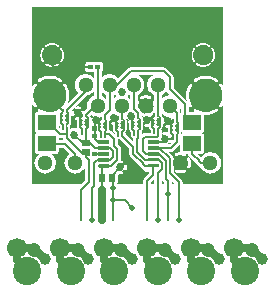
<source format=gbr>
G04 start of page 4 for group 2 idx 13 *
G04 Title: (unknown), jump *
G04 Creator: pcb 4.2.0 *
G04 CreationDate: Mon Aug 31 02:34:49 2020 UTC *
G04 For: commonadmin *
G04 Format: Gerber/RS-274X *
G04 PCB-Dimensions (mil): 1000.00 1100.00 *
G04 PCB-Coordinate-Origin: lower left *
%MOIN*%
%FSLAX25Y25*%
%LNBOTTOM*%
%ADD46C,0.0354*%
%ADD45C,0.0197*%
%ADD44C,0.0295*%
%ADD43C,0.0492*%
%ADD42C,0.0787*%
%ADD41C,0.0100*%
%ADD40C,0.0130*%
%ADD39C,0.0200*%
%ADD38C,0.0270*%
%ADD37C,0.0120*%
%ADD36C,0.0512*%
%ADD35C,0.1102*%
%ADD34C,0.0394*%
%ADD33C,0.0472*%
%ADD32C,0.0669*%
%ADD31C,0.0945*%
%ADD30C,0.0250*%
%ADD29C,0.0060*%
%ADD28C,0.0001*%
G54D28*G36*
X18821Y66491D02*X20322Y64990D01*
X19941Y64829D01*
X19477Y64681D01*
X19001Y64574D01*
X18875Y64557D01*
X18821Y64557D01*
Y66491D01*
G37*
G36*
X22125Y84004D02*X22152Y83800D01*
X22165Y83504D01*
X22152Y83208D01*
X22125Y83004D01*
Y84004D01*
G37*
G36*
X61537Y53889D02*X61540Y53897D01*
X61552Y53948D01*
X61557Y51198D01*
X61586Y51080D01*
X61537Y51082D01*
Y53889D01*
G37*
G36*
X72519Y84004D02*X72546Y83800D01*
X72559Y83504D01*
X72546Y83208D01*
X72519Y83004D01*
Y84004D01*
G37*
G36*
Y99500D02*X75900D01*
Y72768D01*
X75891Y72789D01*
X75622Y73299D01*
X75309Y73782D01*
X75258Y73844D01*
X75198Y73896D01*
X75130Y73938D01*
X75057Y73969D01*
X74980Y73988D01*
X74901Y73995D01*
X74822Y73990D01*
X74744Y73972D01*
X74670Y73942D01*
X74602Y73901D01*
X74541Y73850D01*
X74489Y73790D01*
X74447Y73723D01*
X74416Y73650D01*
X74396Y73572D01*
X74389Y73493D01*
X74395Y73414D01*
X74413Y73336D01*
X74442Y73263D01*
X74485Y73195D01*
X74754Y72789D01*
X74982Y72359D01*
X75171Y71909D01*
X75319Y71445D01*
X75426Y70970D01*
X75490Y70487D01*
X75512Y70000D01*
X75490Y69513D01*
X75426Y69030D01*
X75319Y68555D01*
X75171Y68091D01*
X74982Y67641D01*
X74754Y67211D01*
X74489Y66802D01*
X74447Y66735D01*
X74418Y66662D01*
X74400Y66585D01*
X74395Y66507D01*
X74402Y66428D01*
X74421Y66352D01*
X74451Y66280D01*
X74493Y66213D01*
X74545Y66154D01*
X74605Y66103D01*
X74673Y66063D01*
X74746Y66033D01*
X74822Y66015D01*
X74901Y66010D01*
X74979Y66017D01*
X75056Y66036D01*
X75128Y66067D01*
X75195Y66109D01*
X75254Y66160D01*
X75303Y66221D01*
X75622Y66701D01*
X75891Y67211D01*
X75900Y67232D01*
Y40500D01*
X72519D01*
Y44086D01*
X72678Y44124D01*
X73196Y44339D01*
X73673Y44631D01*
X74099Y44995D01*
X74463Y45421D01*
X74756Y45899D01*
X74970Y46416D01*
X75101Y46961D01*
X75134Y47520D01*
X75101Y48078D01*
X74970Y48623D01*
X74756Y49140D01*
X74463Y49618D01*
X74099Y50044D01*
X73673Y50408D01*
X73196Y50701D01*
X72678Y50915D01*
X72519Y50953D01*
Y63995D01*
X72789Y64109D01*
X73299Y64378D01*
X73782Y64691D01*
X73844Y64742D01*
X73896Y64802D01*
X73938Y64870D01*
X73969Y64943D01*
X73988Y65020D01*
X73995Y65099D01*
X73990Y65178D01*
X73972Y65256D01*
X73942Y65330D01*
X73901Y65398D01*
X73850Y65459D01*
X73790Y65511D01*
X73723Y65553D01*
X73650Y65584D01*
X73572Y65604D01*
X73493Y65611D01*
X73414Y65605D01*
X73336Y65587D01*
X73263Y65558D01*
X73195Y65515D01*
X72789Y65246D01*
X72519Y65103D01*
Y74897D01*
X72789Y74754D01*
X73198Y74489D01*
X73265Y74447D01*
X73338Y74418D01*
X73415Y74400D01*
X73493Y74395D01*
X73572Y74402D01*
X73648Y74421D01*
X73720Y74451D01*
X73787Y74493D01*
X73846Y74545D01*
X73897Y74605D01*
X73937Y74673D01*
X73967Y74746D01*
X73985Y74822D01*
X73990Y74901D01*
X73983Y74979D01*
X73964Y75056D01*
X73933Y75128D01*
X73891Y75195D01*
X73840Y75254D01*
X73779Y75303D01*
X73299Y75622D01*
X72789Y75891D01*
X72519Y76005D01*
Y81352D01*
X72617Y81500D01*
X72781Y81809D01*
X72917Y82132D01*
X73024Y82465D01*
X73101Y82807D01*
X73147Y83154D01*
X73163Y83504D01*
X73147Y83854D01*
X73101Y84201D01*
X73024Y84543D01*
X72917Y84876D01*
X72781Y85199D01*
X72617Y85508D01*
X72519Y85659D01*
Y99500D01*
G37*
G36*
Y65103D02*X72359Y65018D01*
X71909Y64829D01*
X71445Y64681D01*
X70970Y64574D01*
X70487Y64510D01*
X70000Y64488D01*
X69513Y64510D01*
X69214Y64550D01*
Y75450D01*
X69513Y75490D01*
X70000Y75512D01*
X70487Y75490D01*
X70970Y75426D01*
X71445Y75319D01*
X71909Y75171D01*
X72359Y74982D01*
X72519Y74897D01*
Y65103D01*
G37*
G36*
Y50953D02*X72133Y51046D01*
X71575Y51090D01*
X71016Y51046D01*
X70472Y50915D01*
X69954Y50701D01*
X69476Y50408D01*
X69214Y50184D01*
Y50708D01*
X69264Y50765D01*
X69346Y50900D01*
X69406Y51045D01*
X69443Y51198D01*
X69452Y51355D01*
X69443Y56630D01*
X69406Y56783D01*
X69346Y56928D01*
X69264Y57063D01*
X69214Y57120D01*
Y57794D01*
X69264Y57851D01*
X69346Y57986D01*
X69406Y58131D01*
X69443Y58284D01*
X69452Y58441D01*
X69443Y63506D01*
X70000Y63482D01*
X70576Y63507D01*
X71147Y63584D01*
X71709Y63710D01*
X72258Y63885D01*
X72519Y63995D01*
Y50953D01*
G37*
G36*
Y40500D02*X69214D01*
Y44855D01*
X69476Y44631D01*
X69954Y44339D01*
X70472Y44124D01*
X71016Y43994D01*
X71575Y43950D01*
X72133Y43994D01*
X72519Y44086D01*
Y40500D01*
G37*
G36*
X69214Y99500D02*X72519D01*
Y85659D01*
X72426Y85802D01*
X72395Y85839D01*
X72359Y85870D01*
X72319Y85895D01*
X72275Y85914D01*
X72228Y85925D01*
X72181Y85929D01*
X72133Y85926D01*
X72087Y85915D01*
X72042Y85897D01*
X72002Y85873D01*
X71965Y85842D01*
X71934Y85806D01*
X71909Y85765D01*
X71890Y85721D01*
X71878Y85675D01*
X71874Y85627D01*
X71878Y85580D01*
X71889Y85533D01*
X71906Y85489D01*
X71932Y85449D01*
X72096Y85202D01*
X72235Y84940D01*
X72351Y84666D01*
X72441Y84384D01*
X72507Y84094D01*
X72519Y84004D01*
Y83004D01*
X72507Y82913D01*
X72441Y82624D01*
X72351Y82341D01*
X72235Y82068D01*
X72096Y81806D01*
X71935Y81557D01*
X71909Y81517D01*
X71892Y81474D01*
X71881Y81428D01*
X71878Y81380D01*
X71882Y81333D01*
X71893Y81288D01*
X71911Y81244D01*
X71936Y81204D01*
X71967Y81168D01*
X72003Y81138D01*
X72044Y81114D01*
X72088Y81096D01*
X72134Y81085D01*
X72181Y81082D01*
X72228Y81086D01*
X72274Y81097D01*
X72317Y81116D01*
X72357Y81141D01*
X72393Y81171D01*
X72423Y81208D01*
X72519Y81352D01*
Y76005D01*
X72258Y76115D01*
X71709Y76290D01*
X71147Y76416D01*
X70576Y76493D01*
X70000Y76518D01*
X69424Y76493D01*
X69214Y76465D01*
Y79554D01*
X69563Y79569D01*
X69910Y79616D01*
X70251Y79693D01*
X70585Y79800D01*
X70908Y79936D01*
X71217Y80100D01*
X71511Y80291D01*
X71547Y80321D01*
X71579Y80357D01*
X71604Y80398D01*
X71622Y80442D01*
X71634Y80488D01*
X71638Y80536D01*
X71635Y80583D01*
X71624Y80630D01*
X71606Y80674D01*
X71581Y80715D01*
X71551Y80751D01*
X71514Y80783D01*
X71474Y80808D01*
X71430Y80827D01*
X71384Y80838D01*
X71336Y80842D01*
X71289Y80839D01*
X71242Y80828D01*
X71198Y80810D01*
X71157Y80785D01*
X70911Y80620D01*
X70648Y80481D01*
X70375Y80366D01*
X70093Y80275D01*
X69803Y80210D01*
X69509Y80171D01*
X69214Y80158D01*
Y86850D01*
X69509Y86837D01*
X69803Y86798D01*
X70093Y86733D01*
X70375Y86642D01*
X70648Y86527D01*
X70911Y86388D01*
X71159Y86226D01*
X71199Y86201D01*
X71243Y86183D01*
X71289Y86172D01*
X71336Y86169D01*
X71383Y86173D01*
X71429Y86184D01*
X71472Y86203D01*
X71513Y86228D01*
X71548Y86259D01*
X71579Y86295D01*
X71603Y86335D01*
X71621Y86379D01*
X71631Y86425D01*
X71635Y86472D01*
X71631Y86519D01*
X71619Y86565D01*
X71601Y86609D01*
X71576Y86649D01*
X71545Y86684D01*
X71508Y86714D01*
X71217Y86908D01*
X70908Y87072D01*
X70585Y87208D01*
X70251Y87315D01*
X69910Y87392D01*
X69563Y87439D01*
X69214Y87454D01*
Y99500D01*
G37*
G36*
Y57120D02*X69161Y57182D01*
X69042Y57285D01*
X68907Y57367D01*
X68762Y57427D01*
X68637Y57457D01*
X68762Y57487D01*
X68907Y57547D01*
X69042Y57629D01*
X69161Y57732D01*
X69214Y57794D01*
Y57120D01*
G37*
G36*
Y50184D02*X69050Y50044D01*
X68687Y49618D01*
X68509Y49329D01*
X67476Y50363D01*
X68609Y50364D01*
X68762Y50401D01*
X68907Y50461D01*
X69042Y50543D01*
X69161Y50646D01*
X69214Y50708D01*
Y50184D01*
G37*
G36*
Y40500D02*X64436D01*
Y45690D01*
X64440Y45691D01*
X64512Y45722D01*
X64578Y45764D01*
X64638Y45816D01*
X64688Y45876D01*
X64727Y45944D01*
X64861Y46242D01*
X64964Y46552D01*
X65038Y46870D01*
X65083Y47193D01*
X65098Y47520D01*
X65083Y47846D01*
X65038Y48169D01*
X64964Y48487D01*
X64861Y48797D01*
X64730Y49097D01*
X64690Y49165D01*
X64640Y49226D01*
X64580Y49278D01*
X64513Y49320D01*
X64440Y49351D01*
X64436Y49352D01*
Y49748D01*
X64445Y49734D01*
X64445Y49733D01*
X64578Y49578D01*
X64617Y49545D01*
X67525Y46636D01*
X67558Y46598D01*
X67714Y46465D01*
X67714Y46465D01*
X67822Y46398D01*
X67888Y46358D01*
X68077Y46280D01*
X68254Y46237D01*
X68394Y45899D01*
X68687Y45421D01*
X69050Y44995D01*
X69214Y44855D01*
Y40500D01*
G37*
G36*
X65907Y99500D02*X69214D01*
Y87454D01*
X69213Y87454D01*
X68863Y87439D01*
X68516Y87392D01*
X68174Y87315D01*
X67840Y87208D01*
X67518Y87072D01*
X67208Y86908D01*
X66915Y86717D01*
X66878Y86687D01*
X66847Y86651D01*
X66821Y86610D01*
X66803Y86566D01*
X66791Y86520D01*
X66787Y86472D01*
X66791Y86425D01*
X66801Y86378D01*
X66819Y86334D01*
X66844Y86293D01*
X66875Y86256D01*
X66911Y86225D01*
X66951Y86200D01*
X66995Y86181D01*
X67042Y86170D01*
X67089Y86166D01*
X67137Y86169D01*
X67183Y86180D01*
X67227Y86198D01*
X67268Y86223D01*
X67515Y86388D01*
X67777Y86527D01*
X68050Y86642D01*
X68333Y86733D01*
X68622Y86798D01*
X68916Y86837D01*
X69213Y86850D01*
X69214Y86850D01*
Y80158D01*
X69213Y80157D01*
X68916Y80171D01*
X68622Y80210D01*
X68333Y80275D01*
X68050Y80366D01*
X67777Y80481D01*
X67515Y80620D01*
X67266Y80782D01*
X67226Y80807D01*
X67182Y80825D01*
X67136Y80836D01*
X67089Y80839D01*
X67042Y80835D01*
X66996Y80823D01*
X66953Y80805D01*
X66913Y80780D01*
X66877Y80749D01*
X66847Y80713D01*
X66822Y80673D01*
X66804Y80629D01*
X66794Y80583D01*
X66790Y80536D01*
X66794Y80489D01*
X66806Y80443D01*
X66824Y80399D01*
X66849Y80359D01*
X66880Y80324D01*
X66917Y80294D01*
X67208Y80100D01*
X67518Y79936D01*
X67840Y79800D01*
X68174Y79693D01*
X68516Y79616D01*
X68863Y79569D01*
X69213Y79554D01*
X69214Y79554D01*
Y76465D01*
X68853Y76416D01*
X68291Y76290D01*
X67742Y76115D01*
X67211Y75891D01*
X66701Y75622D01*
X66218Y75309D01*
X66156Y75258D01*
X66104Y75198D01*
X66062Y75130D01*
X66031Y75057D01*
X66012Y74980D01*
X66005Y74901D01*
X66010Y74822D01*
X66028Y74744D01*
X66058Y74670D01*
X66099Y74602D01*
X66150Y74541D01*
X66210Y74489D01*
X66277Y74447D01*
X66350Y74416D01*
X66428Y74396D01*
X66507Y74389D01*
X66586Y74395D01*
X66664Y74413D01*
X66737Y74442D01*
X66805Y74485D01*
X67211Y74754D01*
X67641Y74982D01*
X68091Y75171D01*
X68555Y75319D01*
X69030Y75426D01*
X69214Y75450D01*
Y64550D01*
X69030Y64574D01*
X68555Y64681D01*
X68091Y64829D01*
X67641Y65018D01*
X67211Y65246D01*
X66802Y65511D01*
X66735Y65553D01*
X66662Y65582D01*
X66585Y65600D01*
X66507Y65605D01*
X66428Y65598D01*
X66352Y65579D01*
X66280Y65549D01*
X66213Y65507D01*
X66154Y65455D01*
X66103Y65395D01*
X66063Y65327D01*
X66033Y65254D01*
X66015Y65178D01*
X66010Y65099D01*
X66017Y65021D01*
X66036Y64944D01*
X66067Y64872D01*
X66109Y64805D01*
X66160Y64746D01*
X66221Y64697D01*
X66433Y64556D01*
X65907Y64555D01*
Y81349D01*
X65999Y81206D01*
X66030Y81169D01*
X66066Y81138D01*
X66107Y81113D01*
X66150Y81094D01*
X66197Y81083D01*
X66244Y81078D01*
X66292Y81082D01*
X66338Y81093D01*
X66383Y81111D01*
X66424Y81135D01*
X66460Y81166D01*
X66491Y81202D01*
X66517Y81243D01*
X66535Y81287D01*
X66547Y81333D01*
X66551Y81380D01*
X66547Y81428D01*
X66537Y81475D01*
X66519Y81519D01*
X66493Y81559D01*
X66329Y81806D01*
X66190Y82068D01*
X66075Y82341D01*
X65984Y82624D01*
X65919Y82913D01*
X65907Y83004D01*
Y84004D01*
X65919Y84094D01*
X65984Y84384D01*
X66075Y84666D01*
X66190Y84940D01*
X66329Y85202D01*
X66491Y85451D01*
X66516Y85491D01*
X66534Y85534D01*
X66544Y85580D01*
X66548Y85627D01*
X66543Y85674D01*
X66532Y85720D01*
X66514Y85764D01*
X66489Y85804D01*
X66458Y85840D01*
X66422Y85870D01*
X66381Y85894D01*
X66337Y85912D01*
X66291Y85923D01*
X66244Y85926D01*
X66197Y85922D01*
X66152Y85911D01*
X66108Y85892D01*
X66068Y85867D01*
X66032Y85836D01*
X66003Y85800D01*
X65907Y85655D01*
Y99500D01*
G37*
G36*
Y83004D02*X65879Y83208D01*
X65866Y83504D01*
X65879Y83800D01*
X65907Y84004D01*
Y83004D01*
G37*
G36*
X64436Y99500D02*X65907D01*
Y85655D01*
X65809Y85508D01*
X65644Y85199D01*
X65508Y84876D01*
X65401Y84543D01*
X65324Y84201D01*
X65278Y83854D01*
X65262Y83504D01*
X65278Y83154D01*
X65324Y82807D01*
X65401Y82465D01*
X65508Y82132D01*
X65644Y81809D01*
X65809Y81500D01*
X65907Y81349D01*
Y64555D01*
X64436Y64553D01*
Y66612D01*
X64691Y66218D01*
X64742Y66156D01*
X64802Y66104D01*
X64870Y66062D01*
X64943Y66031D01*
X65020Y66012D01*
X65099Y66005D01*
X65178Y66010D01*
X65256Y66028D01*
X65330Y66058D01*
X65398Y66099D01*
X65459Y66150D01*
X65511Y66210D01*
X65553Y66277D01*
X65584Y66350D01*
X65604Y66428D01*
X65611Y66507D01*
X65605Y66586D01*
X65587Y66664D01*
X65558Y66737D01*
X65515Y66805D01*
X65246Y67211D01*
X65018Y67641D01*
X64829Y68091D01*
X64681Y68555D01*
X64574Y69030D01*
X64510Y69513D01*
X64488Y70000D01*
X64510Y70487D01*
X64574Y70970D01*
X64681Y71445D01*
X64829Y71909D01*
X65018Y72359D01*
X65246Y72789D01*
X65511Y73198D01*
X65553Y73265D01*
X65582Y73338D01*
X65600Y73415D01*
X65605Y73493D01*
X65598Y73572D01*
X65579Y73648D01*
X65549Y73720D01*
X65507Y73787D01*
X65455Y73846D01*
X65395Y73897D01*
X65327Y73937D01*
X65254Y73967D01*
X65178Y73985D01*
X65099Y73990D01*
X65021Y73983D01*
X64944Y73964D01*
X64872Y73933D01*
X64805Y73891D01*
X64746Y73840D01*
X64697Y73779D01*
X64436Y73386D01*
Y99500D01*
G37*
G36*
Y64553D02*X64300Y64553D01*
Y66849D01*
X64378Y66701D01*
X64436Y66612D01*
Y64553D01*
G37*
G36*
Y40500D02*X62300D01*
Y40949D01*
X62304Y41000D01*
X62288Y41204D01*
X62288Y41204D01*
X62252Y41355D01*
X62240Y41403D01*
X62208Y41481D01*
X62162Y41592D01*
X62120Y41660D01*
X62055Y41766D01*
X62055Y41767D01*
X61922Y41922D01*
X61883Y41955D01*
X61537Y42302D01*
Y43957D01*
X61862Y43972D01*
X62185Y44017D01*
X62503Y44091D01*
X62813Y44194D01*
X63112Y44325D01*
X63181Y44365D01*
X63241Y44416D01*
X63294Y44475D01*
X63336Y44542D01*
X63367Y44615D01*
X63386Y44691D01*
X63394Y44770D01*
X63388Y44849D01*
X63371Y44926D01*
X63342Y45000D01*
X63301Y45068D01*
X63250Y45129D01*
X63191Y45181D01*
X63124Y45223D01*
X63051Y45254D01*
X62975Y45274D01*
X62896Y45281D01*
X62817Y45276D01*
X62740Y45258D01*
X62667Y45227D01*
X62453Y45131D01*
X62231Y45057D01*
X62002Y45004D01*
X61770Y44971D01*
X61537Y44961D01*
Y50079D01*
X61770Y50068D01*
X62002Y50036D01*
X62231Y49983D01*
X62453Y49909D01*
X62668Y49814D01*
X62740Y49784D01*
X62817Y49766D01*
X62896Y49761D01*
X62974Y49768D01*
X63050Y49788D01*
X63123Y49819D01*
X63189Y49861D01*
X63249Y49913D01*
X63299Y49973D01*
X63339Y50041D01*
X63368Y50114D01*
X63386Y50191D01*
X63391Y50269D01*
X63384Y50348D01*
X63381Y50356D01*
X64207Y50358D01*
X64212Y50296D01*
X64212Y50296D01*
X64260Y50097D01*
X64338Y49908D01*
X64379Y49842D01*
X64436Y49748D01*
Y49352D01*
X64364Y49371D01*
X64285Y49378D01*
X64206Y49373D01*
X64129Y49355D01*
X64055Y49326D01*
X63987Y49285D01*
X63927Y49235D01*
X63874Y49175D01*
X63832Y49108D01*
X63801Y49036D01*
X63782Y48959D01*
X63774Y48880D01*
X63780Y48801D01*
X63797Y48724D01*
X63828Y48651D01*
X63924Y48437D01*
X63998Y48215D01*
X64052Y47986D01*
X64084Y47754D01*
X64094Y47520D01*
X64084Y47285D01*
X64052Y47053D01*
X63998Y46825D01*
X63924Y46602D01*
X63830Y46387D01*
X63800Y46315D01*
X63782Y46238D01*
X63777Y46159D01*
X63784Y46081D01*
X63804Y46005D01*
X63835Y45932D01*
X63877Y45866D01*
X63928Y45807D01*
X63989Y45756D01*
X64057Y45716D01*
X64130Y45687D01*
X64206Y45669D01*
X64285Y45664D01*
X64363Y45671D01*
X64436Y45690D01*
Y40500D01*
G37*
G36*
X61537Y99500D02*X64436D01*
Y73386D01*
X64378Y73299D01*
X64109Y72789D01*
X63885Y72258D01*
X63710Y71709D01*
X63584Y71147D01*
X63507Y70576D01*
X63482Y70000D01*
X63507Y69424D01*
X63584Y68853D01*
X63710Y68291D01*
X63786Y68052D01*
X61537Y70302D01*
Y99500D01*
G37*
G36*
Y42302D02*X59300Y44538D01*
Y48949D01*
X59304Y49000D01*
X59288Y49204D01*
X59288Y49204D01*
X59252Y49355D01*
X59240Y49403D01*
X59208Y49481D01*
X59162Y49592D01*
X59120Y49660D01*
X59055Y49766D01*
X59055Y49767D01*
X58922Y49922D01*
X58883Y49955D01*
X57638Y51200D01*
X58449D01*
X58500Y51196D01*
X58704Y51212D01*
X58704Y51212D01*
X58903Y51260D01*
X59092Y51338D01*
X59266Y51445D01*
X59422Y51578D01*
X59455Y51617D01*
X61183Y53345D01*
X61222Y53378D01*
X61355Y53533D01*
X61355Y53534D01*
X61462Y53708D01*
X61537Y53889D01*
Y51082D01*
X61535Y51082D01*
X61209Y51068D01*
X60886Y51023D01*
X60568Y50949D01*
X60258Y50845D01*
X59959Y50715D01*
X59890Y50674D01*
X59830Y50624D01*
X59777Y50564D01*
X59735Y50497D01*
X59704Y50425D01*
X59684Y50348D01*
X59677Y50269D01*
X59682Y50190D01*
X59700Y50113D01*
X59729Y50040D01*
X59770Y49972D01*
X59820Y49911D01*
X59880Y49859D01*
X59947Y49816D01*
X60020Y49785D01*
X60096Y49766D01*
X60175Y49759D01*
X60254Y49764D01*
X60331Y49781D01*
X60404Y49812D01*
X60618Y49909D01*
X60840Y49983D01*
X61069Y50036D01*
X61301Y50068D01*
X61535Y50079D01*
X61537Y50079D01*
Y44961D01*
X61535Y44961D01*
X61301Y44971D01*
X61069Y45004D01*
X60840Y45057D01*
X60618Y45131D01*
X60403Y45225D01*
X60330Y45256D01*
X60254Y45273D01*
X60175Y45278D01*
X60097Y45271D01*
X60020Y45252D01*
X59948Y45221D01*
X59882Y45179D01*
X59822Y45127D01*
X59772Y45066D01*
X59732Y44999D01*
X59703Y44925D01*
X59685Y44849D01*
X59680Y44770D01*
X59687Y44692D01*
X59707Y44616D01*
X59738Y44543D01*
X59780Y44477D01*
X59831Y44417D01*
X59892Y44367D01*
X59960Y44328D01*
X60258Y44194D01*
X60568Y44091D01*
X60886Y44017D01*
X61209Y43972D01*
X61535Y43957D01*
X61537Y43957D01*
Y42302D01*
G37*
G36*
X22125Y99500D02*X61537D01*
Y70302D01*
X59300Y72538D01*
Y75949D01*
X59304Y76000D01*
X59288Y76204D01*
X59288Y76204D01*
X59252Y76355D01*
X59240Y76403D01*
X59208Y76481D01*
X59162Y76592D01*
X59120Y76660D01*
X59055Y76766D01*
X59055Y76767D01*
X58922Y76922D01*
X58883Y76955D01*
X56955Y78883D01*
X56922Y78922D01*
X56767Y79055D01*
X56766Y79055D01*
X56660Y79120D01*
X56592Y79162D01*
X56481Y79208D01*
X56403Y79240D01*
X56355Y79252D01*
X56204Y79288D01*
X56204Y79288D01*
X56000Y79304D01*
X55949Y79300D01*
X45051D01*
X45000Y79304D01*
X44796Y79288D01*
X44597Y79240D01*
X44408Y79162D01*
X44234Y79055D01*
X44233Y79055D01*
X44078Y78922D01*
X44045Y78883D01*
X40845Y75683D01*
X40517Y76068D01*
X40091Y76432D01*
X39613Y76724D01*
X39095Y76939D01*
X38551Y77069D01*
X37992Y77113D01*
X37434Y77069D01*
X36889Y76939D01*
X36371Y76724D01*
X35894Y76432D01*
X35468Y76068D01*
X35300Y75871D01*
Y77855D01*
X35376Y77901D01*
X35496Y78004D01*
X35598Y78123D01*
X35681Y78258D01*
X35741Y78403D01*
X35778Y78556D01*
X35787Y78713D01*
X35778Y80444D01*
X35741Y80597D01*
X35681Y80742D01*
X35598Y80877D01*
X35496Y80996D01*
X35376Y81099D01*
X35242Y81181D01*
X35097Y81241D01*
X34944Y81278D01*
X34787Y81287D01*
X33056Y81278D01*
X32903Y81241D01*
X32819Y81206D01*
X32735Y81241D01*
X32582Y81278D01*
X32425Y81287D01*
X30694Y81278D01*
X30541Y81241D01*
X30396Y81181D01*
X30261Y81099D01*
X30142Y80996D01*
X30039Y80877D01*
X29957Y80742D01*
X29897Y80597D01*
X29860Y80444D01*
X29851Y80287D01*
X29860Y78556D01*
X29897Y78403D01*
X29957Y78258D01*
X30039Y78123D01*
X30142Y78004D01*
X30261Y77901D01*
X30396Y77819D01*
X30541Y77759D01*
X30694Y77722D01*
X30851Y77713D01*
X32582Y77722D01*
X32700Y77751D01*
Y75816D01*
X32485Y76068D01*
X32059Y76432D01*
X31581Y76724D01*
X31064Y76939D01*
X30519Y77069D01*
X29961Y77113D01*
X29402Y77069D01*
X28857Y76939D01*
X28340Y76724D01*
X27862Y76432D01*
X27436Y76068D01*
X27072Y75642D01*
X26780Y75164D01*
X26565Y74647D01*
X26435Y74102D01*
X26391Y73543D01*
X26435Y72985D01*
X26565Y72440D01*
X26780Y71923D01*
X27072Y71445D01*
X27436Y71019D01*
X27568Y70906D01*
X23959Y67298D01*
X24146Y67742D01*
X24322Y68291D01*
X24448Y68853D01*
X24524Y69424D01*
X24550Y70000D01*
X24524Y70576D01*
X24448Y71147D01*
X24322Y71709D01*
X24146Y72258D01*
X23923Y72789D01*
X23653Y73299D01*
X23340Y73782D01*
X23289Y73844D01*
X23229Y73896D01*
X23162Y73938D01*
X23089Y73969D01*
X23012Y73988D01*
X22932Y73995D01*
X22853Y73990D01*
X22775Y73972D01*
X22702Y73942D01*
X22633Y73901D01*
X22573Y73850D01*
X22520Y73790D01*
X22478Y73723D01*
X22447Y73650D01*
X22428Y73572D01*
X22421Y73493D01*
X22426Y73414D01*
X22444Y73336D01*
X22474Y73263D01*
X22516Y73195D01*
X22785Y72789D01*
X23013Y72359D01*
X23202Y71909D01*
X23350Y71445D01*
X23457Y70970D01*
X23522Y70487D01*
X23543Y70000D01*
X23522Y69513D01*
X23457Y69030D01*
X23350Y68555D01*
X23202Y68091D01*
X23013Y67641D01*
X22785Y67211D01*
X22520Y66802D01*
X22479Y66735D01*
X22449Y66662D01*
X22432Y66585D01*
X22430Y66559D01*
X22125Y66864D01*
Y81352D01*
X22223Y81500D01*
X22387Y81809D01*
X22523Y82132D01*
X22630Y82465D01*
X22707Y82807D01*
X22754Y83154D01*
X22769Y83504D01*
X22754Y83854D01*
X22707Y84201D01*
X22630Y84543D01*
X22523Y84876D01*
X22387Y85199D01*
X22223Y85508D01*
X22125Y85659D01*
Y99500D01*
G37*
G36*
X18821D02*X22125D01*
Y85659D01*
X22032Y85802D01*
X22002Y85839D01*
X21966Y85870D01*
X21925Y85895D01*
X21881Y85914D01*
X21835Y85925D01*
X21787Y85929D01*
X21740Y85926D01*
X21693Y85915D01*
X21649Y85897D01*
X21608Y85873D01*
X21571Y85842D01*
X21540Y85806D01*
X21515Y85765D01*
X21496Y85721D01*
X21485Y85675D01*
X21481Y85627D01*
X21484Y85580D01*
X21495Y85533D01*
X21513Y85489D01*
X21538Y85449D01*
X21703Y85202D01*
X21842Y84940D01*
X21957Y84666D01*
X22048Y84384D01*
X22113Y84094D01*
X22125Y84004D01*
Y83004D01*
X22113Y82913D01*
X22048Y82624D01*
X21957Y82341D01*
X21842Y82068D01*
X21703Y81806D01*
X21541Y81557D01*
X21516Y81517D01*
X21498Y81474D01*
X21487Y81428D01*
X21484Y81380D01*
X21488Y81333D01*
X21499Y81288D01*
X21518Y81244D01*
X21543Y81204D01*
X21574Y81168D01*
X21610Y81138D01*
X21650Y81114D01*
X21694Y81096D01*
X21740Y81085D01*
X21787Y81082D01*
X21834Y81086D01*
X21880Y81097D01*
X21923Y81116D01*
X21964Y81141D01*
X21999Y81171D01*
X22029Y81208D01*
X22125Y81352D01*
Y66864D01*
X19331Y69657D01*
Y70000D01*
X19319Y70204D01*
X19272Y70403D01*
X19193Y70592D01*
X19086Y70766D01*
X18954Y70922D01*
X18821Y71036D01*
Y75450D01*
X19001Y75426D01*
X19477Y75319D01*
X19941Y75171D01*
X20390Y74982D01*
X20821Y74754D01*
X21230Y74489D01*
X21296Y74447D01*
X21369Y74418D01*
X21446Y74400D01*
X21525Y74395D01*
X21603Y74402D01*
X21679Y74421D01*
X21752Y74451D01*
X21818Y74493D01*
X21878Y74545D01*
X21928Y74605D01*
X21969Y74673D01*
X21998Y74746D01*
X22016Y74822D01*
X22021Y74901D01*
X22015Y74979D01*
X21995Y75056D01*
X21965Y75128D01*
X21923Y75195D01*
X21871Y75254D01*
X21810Y75303D01*
X21330Y75622D01*
X20821Y75891D01*
X20289Y76115D01*
X19741Y76290D01*
X19178Y76416D01*
X18821Y76464D01*
Y79554D01*
X19169Y79569D01*
X19516Y79616D01*
X19858Y79693D01*
X20191Y79800D01*
X20514Y79936D01*
X20823Y80100D01*
X21117Y80291D01*
X21154Y80321D01*
X21185Y80357D01*
X21210Y80398D01*
X21229Y80442D01*
X21240Y80488D01*
X21244Y80536D01*
X21241Y80583D01*
X21230Y80630D01*
X21212Y80674D01*
X21188Y80715D01*
X21157Y80751D01*
X21121Y80783D01*
X21080Y80808D01*
X21036Y80827D01*
X20990Y80838D01*
X20942Y80842D01*
X20895Y80839D01*
X20848Y80828D01*
X20804Y80810D01*
X20764Y80785D01*
X20517Y80620D01*
X20255Y80481D01*
X19981Y80366D01*
X19699Y80275D01*
X19409Y80210D01*
X19115Y80171D01*
X18821Y80158D01*
Y86850D01*
X19115Y86837D01*
X19409Y86798D01*
X19699Y86733D01*
X19981Y86642D01*
X20255Y86527D01*
X20517Y86388D01*
X20766Y86226D01*
X20806Y86201D01*
X20849Y86183D01*
X20895Y86172D01*
X20942Y86169D01*
X20989Y86173D01*
X21035Y86184D01*
X21079Y86203D01*
X21119Y86228D01*
X21155Y86259D01*
X21185Y86295D01*
X21209Y86335D01*
X21227Y86379D01*
X21238Y86425D01*
X21241Y86472D01*
X21237Y86519D01*
X21226Y86565D01*
X21207Y86609D01*
X21182Y86649D01*
X21151Y86684D01*
X21115Y86714D01*
X20823Y86908D01*
X20514Y87072D01*
X20191Y87208D01*
X19858Y87315D01*
X19516Y87392D01*
X19169Y87439D01*
X18821Y87454D01*
Y99500D01*
G37*
G36*
Y44858D02*X18981Y44995D01*
X19345Y45421D01*
X19638Y45899D01*
X19852Y46416D01*
X19983Y46961D01*
X20016Y47520D01*
X19983Y48078D01*
X19852Y48623D01*
X19638Y49140D01*
X19345Y49618D01*
X18981Y50044D01*
X18821Y50181D01*
Y50362D01*
X20109Y50364D01*
X20262Y50401D01*
X20407Y50461D01*
X20542Y50543D01*
X20661Y50646D01*
X20764Y50765D01*
X20846Y50900D01*
X20906Y51045D01*
X20943Y51198D01*
X20952Y51355D01*
X20950Y52614D01*
X22547D01*
X24618Y50543D01*
X24398Y50408D01*
X23972Y50044D01*
X23608Y49618D01*
X23315Y49140D01*
X23101Y48623D01*
X22970Y48078D01*
X22926Y47520D01*
X22970Y46961D01*
X23101Y46416D01*
X23315Y45899D01*
X23608Y45421D01*
X23972Y44995D01*
X24398Y44631D01*
X24875Y44339D01*
X25393Y44124D01*
X25938Y43994D01*
X26496Y43950D01*
X27055Y43994D01*
X27599Y44124D01*
X28117Y44339D01*
X28594Y44631D01*
X29020Y44995D01*
X29384Y45421D01*
X29677Y45899D01*
X29891Y46416D01*
X29900Y46452D01*
Y41738D01*
X28662Y40500D01*
X18821D01*
Y44858D01*
G37*
G36*
Y50181D02*X18609Y50362D01*
X18821Y50362D01*
Y50181D01*
G37*
G36*
X15513Y74897D02*X15673Y74982D01*
X16122Y75171D01*
X16586Y75319D01*
X17062Y75426D01*
X17545Y75490D01*
X18031Y75512D01*
X18518Y75490D01*
X18821Y75450D01*
Y71036D01*
X18798Y71055D01*
X18624Y71162D01*
X18434Y71240D01*
X18235Y71288D01*
X18031Y71304D01*
X17828Y71288D01*
X17629Y71240D01*
X17439Y71162D01*
X17265Y71055D01*
X17109Y70922D01*
X16977Y70766D01*
X16870Y70592D01*
X16791Y70403D01*
X16744Y70204D01*
X16731Y70000D01*
Y69169D01*
X16727Y69119D01*
X16744Y68915D01*
X16744Y68915D01*
X16791Y68716D01*
X16870Y68526D01*
X16910Y68460D01*
X16977Y68352D01*
X16977Y68352D01*
X17109Y68196D01*
X17148Y68163D01*
X18821Y66491D01*
Y64557D01*
X17207Y64555D01*
X17062Y64574D01*
X16586Y64681D01*
X16122Y64829D01*
X15673Y65018D01*
X15513Y65103D01*
Y74897D01*
G37*
G36*
Y99500D02*X18821D01*
Y87454D01*
X18819Y87454D01*
X18469Y87439D01*
X18122Y87392D01*
X17780Y87315D01*
X17447Y87208D01*
X17124Y87072D01*
X16815Y86908D01*
X16521Y86717D01*
X16484Y86687D01*
X16453Y86651D01*
X16428Y86610D01*
X16409Y86566D01*
X16398Y86520D01*
X16393Y86472D01*
X16397Y86425D01*
X16408Y86378D01*
X16426Y86334D01*
X16450Y86293D01*
X16481Y86256D01*
X16517Y86225D01*
X16558Y86200D01*
X16601Y86181D01*
X16648Y86170D01*
X16695Y86166D01*
X16743Y86169D01*
X16789Y86180D01*
X16834Y86198D01*
X16874Y86223D01*
X17121Y86388D01*
X17383Y86527D01*
X17656Y86642D01*
X17939Y86733D01*
X18228Y86798D01*
X18522Y86837D01*
X18819Y86850D01*
X18821Y86850D01*
Y80158D01*
X18819Y80157D01*
X18522Y80171D01*
X18228Y80210D01*
X17939Y80275D01*
X17656Y80366D01*
X17383Y80481D01*
X17121Y80620D01*
X16872Y80782D01*
X16832Y80807D01*
X16788Y80825D01*
X16742Y80836D01*
X16695Y80839D01*
X16648Y80835D01*
X16603Y80823D01*
X16559Y80805D01*
X16519Y80780D01*
X16483Y80749D01*
X16453Y80713D01*
X16429Y80673D01*
X16411Y80629D01*
X16400Y80583D01*
X16397Y80536D01*
X16401Y80489D01*
X16412Y80443D01*
X16431Y80399D01*
X16456Y80359D01*
X16486Y80324D01*
X16523Y80294D01*
X16815Y80100D01*
X17124Y79936D01*
X17447Y79800D01*
X17780Y79693D01*
X18122Y79616D01*
X18469Y79569D01*
X18819Y79554D01*
X18821Y79554D01*
Y76464D01*
X18607Y76493D01*
X18031Y76518D01*
X17456Y76493D01*
X16885Y76416D01*
X16322Y76290D01*
X15773Y76115D01*
X15513Y76005D01*
Y81349D01*
X15606Y81206D01*
X15636Y81169D01*
X15672Y81138D01*
X15713Y81113D01*
X15757Y81094D01*
X15803Y81083D01*
X15851Y81078D01*
X15898Y81082D01*
X15945Y81093D01*
X15989Y81111D01*
X16030Y81135D01*
X16066Y81166D01*
X16098Y81202D01*
X16123Y81243D01*
X16142Y81287D01*
X16153Y81333D01*
X16157Y81380D01*
X16154Y81428D01*
X16143Y81475D01*
X16125Y81519D01*
X16100Y81559D01*
X15935Y81806D01*
X15796Y82068D01*
X15681Y82341D01*
X15590Y82624D01*
X15525Y82913D01*
X15513Y83004D01*
Y84004D01*
X15525Y84094D01*
X15590Y84384D01*
X15681Y84666D01*
X15796Y84940D01*
X15935Y85202D01*
X16097Y85451D01*
X16122Y85491D01*
X16140Y85534D01*
X16150Y85580D01*
X16154Y85627D01*
X16150Y85674D01*
X16138Y85720D01*
X16120Y85764D01*
X16095Y85804D01*
X16064Y85840D01*
X16028Y85870D01*
X15988Y85894D01*
X15944Y85912D01*
X15898Y85923D01*
X15851Y85926D01*
X15804Y85922D01*
X15758Y85911D01*
X15714Y85892D01*
X15674Y85867D01*
X15639Y85836D01*
X15609Y85800D01*
X15513Y85655D01*
Y99500D01*
G37*
G36*
Y44086D02*X15898Y43994D01*
X16457Y43950D01*
X17015Y43994D01*
X17560Y44124D01*
X18077Y44339D01*
X18555Y44631D01*
X18821Y44858D01*
Y40500D01*
X15513D01*
Y44086D01*
G37*
G36*
Y83004D02*X15486Y83208D01*
X15472Y83504D01*
X15486Y83800D01*
X15513Y84004D01*
Y83004D01*
G37*
G36*
X13048Y63559D02*X13057Y58284D01*
X13094Y58131D01*
X13154Y57986D01*
X13236Y57851D01*
X13339Y57732D01*
X13458Y57629D01*
X13593Y57547D01*
X13738Y57487D01*
X13863Y57457D01*
X13738Y57427D01*
X13593Y57367D01*
X13458Y57285D01*
X13339Y57182D01*
X13236Y57063D01*
X13154Y56928D01*
X13094Y56783D01*
X13057Y56630D01*
X13048Y56473D01*
X13057Y51198D01*
X13094Y51045D01*
X13154Y50900D01*
X13236Y50765D01*
X13339Y50646D01*
X13458Y50543D01*
X13593Y50461D01*
X13738Y50401D01*
X13891Y50364D01*
X14048Y50355D01*
X14297Y50355D01*
X13932Y50044D01*
X13568Y49618D01*
X13276Y49140D01*
X13061Y48623D01*
X12931Y48078D01*
X12887Y47520D01*
X12931Y46961D01*
X13061Y46416D01*
X13276Y45899D01*
X13568Y45421D01*
X13932Y44995D01*
X14358Y44631D01*
X14836Y44339D01*
X15353Y44124D01*
X15513Y44086D01*
Y40500D01*
X12100D01*
Y67307D01*
X12140Y67211D01*
X12410Y66701D01*
X12723Y66218D01*
X12774Y66156D01*
X12834Y66104D01*
X12901Y66062D01*
X12974Y66031D01*
X13051Y66012D01*
X13131Y66005D01*
X13210Y66010D01*
X13288Y66028D01*
X13361Y66058D01*
X13429Y66099D01*
X13490Y66150D01*
X13543Y66210D01*
X13585Y66277D01*
X13616Y66350D01*
X13635Y66428D01*
X13642Y66507D01*
X13637Y66586D01*
X13619Y66664D01*
X13589Y66737D01*
X13547Y66805D01*
X13278Y67211D01*
X13050Y67641D01*
X12861Y68091D01*
X12713Y68555D01*
X12606Y69030D01*
X12541Y69513D01*
X12520Y70000D01*
X12541Y70487D01*
X12606Y70970D01*
X12713Y71445D01*
X12861Y71909D01*
X13050Y72359D01*
X13278Y72789D01*
X13543Y73198D01*
X13584Y73265D01*
X13614Y73338D01*
X13631Y73415D01*
X13637Y73493D01*
X13630Y73572D01*
X13611Y73648D01*
X13580Y73720D01*
X13538Y73787D01*
X13487Y73846D01*
X13426Y73897D01*
X13359Y73937D01*
X13286Y73967D01*
X13209Y73985D01*
X13131Y73990D01*
X13052Y73983D01*
X12976Y73964D01*
X12904Y73933D01*
X12837Y73891D01*
X12777Y73840D01*
X12728Y73779D01*
X12410Y73299D01*
X12140Y72789D01*
X12100Y72694D01*
Y99500D01*
X15513D01*
Y85655D01*
X15415Y85508D01*
X15251Y85199D01*
X15115Y84876D01*
X15008Y84543D01*
X14931Y84201D01*
X14884Y83854D01*
X14869Y83504D01*
X14884Y83154D01*
X14931Y82807D01*
X15008Y82465D01*
X15115Y82132D01*
X15251Y81809D01*
X15415Y81500D01*
X15513Y81349D01*
Y76005D01*
X15242Y75891D01*
X14733Y75622D01*
X14249Y75309D01*
X14188Y75258D01*
X14136Y75198D01*
X14093Y75130D01*
X14062Y75057D01*
X14043Y74980D01*
X14036Y74901D01*
X14042Y74822D01*
X14059Y74744D01*
X14089Y74670D01*
X14130Y74602D01*
X14181Y74541D01*
X14241Y74489D01*
X14309Y74447D01*
X14382Y74416D01*
X14459Y74396D01*
X14538Y74389D01*
X14618Y74395D01*
X14695Y74413D01*
X14769Y74442D01*
X14836Y74485D01*
X15242Y74754D01*
X15513Y74897D01*
Y65103D01*
X15242Y65246D01*
X14833Y65511D01*
X14767Y65553D01*
X14694Y65582D01*
X14617Y65600D01*
X14538Y65605D01*
X14460Y65598D01*
X14384Y65579D01*
X14311Y65549D01*
X14244Y65507D01*
X14185Y65455D01*
X14135Y65395D01*
X14094Y65327D01*
X14065Y65254D01*
X14047Y65178D01*
X14042Y65099D01*
X14048Y65021D01*
X14067Y64944D01*
X14098Y64872D01*
X14140Y64805D01*
X14192Y64746D01*
X14253Y64697D01*
X14473Y64551D01*
X13891Y64550D01*
X13738Y64513D01*
X13593Y64453D01*
X13458Y64371D01*
X13339Y64268D01*
X13236Y64149D01*
X13154Y64014D01*
X13094Y63869D01*
X13057Y63716D01*
X13048Y63559D01*
G37*
G36*
X61579Y56815D02*X61607Y56843D01*
X61628Y56866D01*
X61609Y56841D01*
X61579Y56815D01*
G37*
G36*
X61475Y56711D02*X61579Y56815D01*
X61609Y56841D01*
X61626Y56860D01*
X61594Y56783D01*
X61557Y56630D01*
X61550Y56511D01*
X61540Y56553D01*
X61475Y56711D01*
G37*
G36*
X31175Y58561D02*X31219Y58604D01*
X31219Y58453D01*
X31175Y58561D01*
G37*
G36*
X20945Y55214D02*X20944Y55882D01*
X20997Y55860D01*
X21196Y55812D01*
X21196Y55812D01*
X21400Y55796D01*
X21451Y55800D01*
X22304D01*
X22312Y55696D01*
X22312Y55696D01*
X22348Y55545D01*
X22360Y55497D01*
X22392Y55419D01*
X22438Y55308D01*
X22496Y55214D01*
X20945D01*
G37*
G36*
X56200Y40500D02*X55300D01*
Y43462D01*
X55450Y43612D01*
Y42301D01*
X55446Y42250D01*
X55462Y42046D01*
X55462Y42046D01*
X55510Y41847D01*
X55588Y41658D01*
X55629Y41592D01*
X55695Y41484D01*
X55695Y41483D01*
X55828Y41328D01*
X55867Y41295D01*
X56200Y40962D01*
Y40500D01*
G37*
G36*
X52700D02*X51800D01*
Y40962D01*
X52700Y41862D01*
Y40500D01*
G37*
G36*
X59662D02*X58800D01*
Y41362D01*
X59662Y40500D01*
G37*
G36*
X61900Y57679D02*X61958Y57629D01*
X62093Y57547D01*
X62238Y57487D01*
X62363Y57457D01*
X62238Y57427D01*
X62093Y57367D01*
X61958Y57285D01*
X61839Y57182D01*
X61822Y57163D01*
X61854Y57240D01*
X61891Y57393D01*
X61903Y57550D01*
X61900Y57589D01*
Y57679D01*
G37*
G36*
X40600Y55352D02*X41110Y55356D01*
X41217Y55382D01*
X41261Y55400D01*
X43321Y53340D01*
Y46950D01*
X43251Y46950D01*
X43173Y46937D01*
X43098Y46912D01*
X43028Y46875D01*
X42965Y46828D01*
X42909Y46772D01*
X42863Y46707D01*
X42828Y46637D01*
X42804Y46561D01*
X42793Y46483D01*
X42794Y46404D01*
X42808Y46327D01*
X42835Y46198D01*
X42848Y46066D01*
Y45934D01*
X42835Y45802D01*
X42810Y45673D01*
X42795Y45595D01*
X42794Y45517D01*
X42806Y45439D01*
X42830Y45364D01*
X42865Y45293D01*
X42910Y45229D01*
X42966Y45173D01*
X43029Y45126D01*
X43099Y45090D01*
X43173Y45065D01*
X43251Y45052D01*
X43321Y45051D01*
Y40500D01*
X40415D01*
X40444Y40533D01*
X40526Y40668D01*
X40586Y40813D01*
X40623Y40966D01*
X40632Y41123D01*
X40625Y43287D01*
X41036Y43698D01*
X41156Y43673D01*
X41385Y43650D01*
X41615D01*
X41844Y43673D01*
X42070Y43717D01*
X42145Y43742D01*
X42215Y43779D01*
X42279Y43826D01*
X42334Y43882D01*
X42380Y43946D01*
X42415Y44017D01*
X42439Y44092D01*
X42450Y44170D01*
X42450Y44249D01*
X42437Y44327D01*
X42412Y44402D01*
X42375Y44472D01*
X42328Y44535D01*
X42272Y44591D01*
X42207Y44637D01*
X42137Y44672D01*
X42061Y44696D01*
X42038Y44699D01*
X42419Y45081D01*
X42555Y45234D01*
X42662Y45408D01*
X42740Y45597D01*
X42788Y45796D01*
X42804Y46000D01*
X42788Y46204D01*
X42740Y46403D01*
X42662Y46592D01*
X42555Y46766D01*
X42422Y46922D01*
X42266Y47055D01*
X42092Y47162D01*
X41903Y47240D01*
X41704Y47288D01*
X41500Y47304D01*
X41296Y47288D01*
X41097Y47240D01*
X41066Y47227D01*
X41141Y47302D01*
X41173Y47308D01*
X41302Y47335D01*
X41434Y47348D01*
X41566D01*
X41698Y47335D01*
X41827Y47310D01*
X41905Y47295D01*
X41983Y47294D01*
X42061Y47306D01*
X42136Y47330D01*
X42207Y47365D01*
X42271Y47410D01*
X42327Y47466D01*
X42374Y47529D01*
X42410Y47599D01*
X42435Y47673D01*
X42448Y47751D01*
X42449Y47830D01*
X42437Y47907D01*
X42414Y47982D01*
X42379Y48053D01*
X42333Y48117D01*
X42278Y48173D01*
X42214Y48220D01*
X42145Y48256D01*
X42070Y48280D01*
X41844Y48327D01*
X41791Y48333D01*
X41804Y48500D01*
X41800Y48551D01*
Y51949D01*
X41804Y52000D01*
X41788Y52204D01*
X41788Y52204D01*
X41752Y52355D01*
X41740Y52403D01*
X41708Y52481D01*
X41662Y52592D01*
X41620Y52660D01*
X41555Y52766D01*
X41555Y52767D01*
X41422Y52922D01*
X41383Y52955D01*
X40600Y53738D01*
Y55352D01*
G37*
G36*
X43321Y53340D02*X44500Y52162D01*
Y50651D01*
X44496Y50600D01*
X44512Y50396D01*
X44512Y50396D01*
X44560Y50197D01*
X44638Y50008D01*
X44679Y49942D01*
X44745Y49834D01*
X44745Y49833D01*
X44878Y49678D01*
X44917Y49645D01*
X48845Y45717D01*
X48878Y45678D01*
X49033Y45545D01*
X49034Y45545D01*
X49142Y45479D01*
X49208Y45438D01*
X49209Y45438D01*
X49259Y45317D01*
X49383Y45116D01*
X49536Y44936D01*
X49716Y44783D01*
X49917Y44659D01*
X50135Y44569D01*
X50365Y44514D01*
X50600Y44500D01*
X51200Y44502D01*
Y44038D01*
X49617Y42455D01*
X49578Y42422D01*
X49445Y42266D01*
X49338Y42092D01*
X49260Y41903D01*
X49212Y41704D01*
X49212Y41704D01*
X49196Y41500D01*
X49200Y41449D01*
Y40500D01*
X43321D01*
Y45051D01*
X43330Y45051D01*
X43407Y45063D01*
X43482Y45086D01*
X43553Y45121D01*
X43617Y45167D01*
X43673Y45222D01*
X43720Y45286D01*
X43756Y45355D01*
X43780Y45430D01*
X43827Y45656D01*
X43850Y45885D01*
Y46115D01*
X43827Y46344D01*
X43783Y46570D01*
X43758Y46645D01*
X43721Y46715D01*
X43674Y46779D01*
X43618Y46834D01*
X43554Y46880D01*
X43483Y46915D01*
X43408Y46939D01*
X43330Y46950D01*
X43321Y46950D01*
Y53340D01*
G37*
G36*
X57038Y54199D02*X57038Y54200D01*
X58349D01*
X58361Y54199D01*
X57962Y53800D01*
X57441D01*
X57437Y53827D01*
X57412Y53902D01*
X57375Y53972D01*
X57328Y54035D01*
X57272Y54091D01*
X57207Y54137D01*
X57137Y54172D01*
X57061Y54196D01*
X57038Y54199D01*
G37*
G36*
X39000Y61300D02*Y61289D01*
X38997Y61250D01*
X39000Y61211D01*
Y61203D01*
X38939Y61194D01*
X38864Y61170D01*
X38793Y61135D01*
X38729Y61090D01*
X38673Y61034D01*
X38626Y60971D01*
X38590Y60901D01*
X38565Y60827D01*
X38552Y60749D01*
X38551Y60670D01*
X38563Y60593D01*
X38586Y60518D01*
X38621Y60447D01*
X38667Y60383D01*
X38722Y60327D01*
X38786Y60280D01*
X38855Y60244D01*
X38930Y60220D01*
X39000Y60205D01*
Y60089D01*
X38997Y60050D01*
X39000Y60011D01*
Y58889D01*
X38997Y58850D01*
X39000Y58811D01*
Y58589D01*
X38997Y58550D01*
X39009Y58393D01*
Y58393D01*
X39016Y58363D01*
X39046Y58240D01*
X39106Y58095D01*
X39188Y57960D01*
X39189Y57960D01*
X39291Y57841D01*
X39321Y57815D01*
X39702Y57434D01*
X39703Y57035D01*
X38805Y57933D01*
X38772Y57972D01*
X38617Y58105D01*
X38616Y58105D01*
X38510Y58170D01*
X38442Y58212D01*
X38331Y58258D01*
X38253Y58290D01*
X38205Y58302D01*
X38054Y58338D01*
X38054Y58338D01*
X37895Y58350D01*
X37903Y58450D01*
X37900Y58489D01*
Y58611D01*
X37903Y58650D01*
X37900Y58689D01*
Y59811D01*
X37903Y59850D01*
X37900Y59889D01*
Y60011D01*
X37903Y60050D01*
X37900Y60089D01*
Y61211D01*
X37903Y61250D01*
X37900Y61289D01*
Y61511D01*
X37903Y61550D01*
X37900Y61588D01*
X37902Y61588D01*
X37972Y61625D01*
X38035Y61672D01*
X38091Y61728D01*
X38137Y61793D01*
X38172Y61863D01*
X38196Y61939D01*
X38207Y62017D01*
X38206Y62096D01*
X38192Y62173D01*
X38165Y62302D01*
X38152Y62434D01*
Y62566D01*
X38165Y62698D01*
X38190Y62827D01*
X38205Y62905D01*
X38206Y62983D01*
X38194Y63061D01*
X38170Y63136D01*
X38135Y63207D01*
X38098Y63259D01*
X38740Y63901D01*
X38793Y63863D01*
X38863Y63828D01*
X38939Y63804D01*
X39017Y63793D01*
X39096Y63794D01*
X39173Y63808D01*
X39302Y63835D01*
X39434Y63848D01*
X39566D01*
X39584Y63847D01*
X39638Y63800D01*
X39500D01*
X39296Y63788D01*
X39097Y63740D01*
X38908Y63662D01*
X38734Y63555D01*
X38578Y63422D01*
X38445Y63266D01*
X38338Y63092D01*
X38260Y62903D01*
X38212Y62704D01*
X38196Y62500D01*
X38212Y62296D01*
X38260Y62097D01*
X38338Y61908D01*
X38445Y61734D01*
X38578Y61578D01*
X38734Y61445D01*
X38908Y61338D01*
X39000Y61300D01*
G37*
G36*
X39292Y68757D02*Y70230D01*
X39613Y70362D01*
X39829Y70495D01*
X39858Y70372D01*
X40000Y70030D01*
X40193Y69714D01*
X40303Y69586D01*
X39909Y69345D01*
X39483Y68981D01*
X39292Y68757D01*
G37*
G36*
X42281Y73443D02*X42460Y73621D01*
X42454Y73543D01*
X42463Y73429D01*
X42281Y73443D01*
G37*
G36*
X47684Y76700D02*X50038D01*
Y70019D01*
X49713Y70005D01*
X49390Y69960D01*
X49072Y69886D01*
X48762Y69782D01*
X48462Y69652D01*
X48394Y69611D01*
X48333Y69561D01*
X48281Y69501D01*
X48239Y69434D01*
X48208Y69362D01*
X48188Y69285D01*
X48181Y69206D01*
X48186Y69127D01*
X48204Y69050D01*
X48233Y68977D01*
X48274Y68909D01*
X48324Y68848D01*
X48384Y68796D01*
X48451Y68753D01*
X48524Y68722D01*
X48600Y68703D01*
X48679Y68696D01*
X48758Y68701D01*
X48835Y68718D01*
X48908Y68749D01*
X49122Y68846D01*
X49344Y68920D01*
X49573Y68973D01*
X49805Y69005D01*
X50038Y69016D01*
Y64104D01*
X49930Y64083D01*
X49855Y64058D01*
X49785Y64021D01*
X49721Y63974D01*
X49674Y63926D01*
X49573Y63941D01*
X49344Y63994D01*
X49122Y64068D01*
X48907Y64162D01*
X48834Y64193D01*
X48788Y64203D01*
X48788Y64204D01*
X48788Y64204D01*
X48752Y64355D01*
X48740Y64403D01*
X48708Y64481D01*
X48662Y64592D01*
X48620Y64660D01*
X48555Y64766D01*
X48555Y64767D01*
X48422Y64922D01*
X48383Y64955D01*
X47576Y65762D01*
X47523Y65990D01*
X47491Y66222D01*
X47480Y66457D01*
X47491Y66691D01*
X47523Y66923D01*
X47577Y67152D01*
X47651Y67374D01*
X47745Y67589D01*
X47775Y67662D01*
X47793Y67738D01*
X47798Y67817D01*
X47791Y67895D01*
X47771Y67972D01*
X47740Y68044D01*
X47698Y68111D01*
X47646Y68170D01*
X47586Y68220D01*
X47518Y68260D01*
X47445Y68290D01*
X47368Y68307D01*
X47324Y68310D01*
Y70230D01*
X47644Y70362D01*
X48122Y70655D01*
X48548Y71019D01*
X48912Y71445D01*
X49205Y71923D01*
X49419Y72440D01*
X49550Y72985D01*
X49583Y73543D01*
X49550Y74102D01*
X49419Y74647D01*
X49205Y75164D01*
X48912Y75642D01*
X48548Y76068D01*
X48122Y76432D01*
X47684Y76700D01*
G37*
G36*
X50038D02*X52395D01*
X51957Y76432D01*
X51531Y76068D01*
X51167Y75642D01*
X50874Y75164D01*
X50660Y74647D01*
X50529Y74102D01*
X50485Y73543D01*
X50529Y72985D01*
X50660Y72440D01*
X50874Y71923D01*
X51167Y71445D01*
X51531Y71019D01*
X51957Y70655D01*
X52434Y70362D01*
X52700Y70252D01*
Y68307D01*
X52633Y68292D01*
X52559Y68263D01*
X52491Y68222D01*
X52430Y68172D01*
X52378Y68112D01*
X52336Y68045D01*
X52305Y67973D01*
X52285Y67896D01*
X52278Y67817D01*
X52283Y67738D01*
X52301Y67661D01*
X52332Y67588D01*
X52428Y67374D01*
X52502Y67152D01*
X52556Y66923D01*
X52588Y66691D01*
X52598Y66457D01*
X52588Y66222D01*
X52556Y65990D01*
X52502Y65762D01*
X52428Y65539D01*
X52334Y65324D01*
X52304Y65252D01*
X52286Y65175D01*
X52281Y65096D01*
X52288Y65018D01*
X52307Y64942D01*
X52339Y64869D01*
X52381Y64803D01*
X52411Y64768D01*
X52312Y64744D01*
X52290Y64744D01*
X52183Y64718D01*
X52081Y64676D01*
X51987Y64618D01*
X51904Y64546D01*
X51839Y64471D01*
X51781Y64419D01*
X51553Y64192D01*
X51479Y64211D01*
X51400Y64218D01*
X51321Y64213D01*
X51244Y64195D01*
X51171Y64164D01*
X51011Y64092D01*
X50844Y64127D01*
X50615Y64150D01*
X50385D01*
X50156Y64127D01*
X50038Y64104D01*
Y69016D01*
X50039Y69016D01*
X50274Y69005D01*
X50506Y68973D01*
X50735Y68920D01*
X50957Y68846D01*
X51172Y68751D01*
X51244Y68721D01*
X51321Y68703D01*
X51400Y68698D01*
X51478Y68705D01*
X51554Y68725D01*
X51627Y68756D01*
X51693Y68798D01*
X51752Y68850D01*
X51803Y68910D01*
X51843Y68978D01*
X51872Y69051D01*
X51890Y69128D01*
X51895Y69206D01*
X51888Y69285D01*
X51868Y69361D01*
X51837Y69433D01*
X51795Y69500D01*
X51743Y69559D01*
X51683Y69609D01*
X51615Y69648D01*
X51317Y69782D01*
X51007Y69886D01*
X50689Y69960D01*
X50366Y70005D01*
X50039Y70019D01*
X50038Y70019D01*
Y76700D01*
G37*
G36*
X56869Y71358D02*X56879Y71342D01*
X56945Y71234D01*
X56945Y71233D01*
X57078Y71078D01*
X57117Y71045D01*
X58140Y70021D01*
X58071Y70027D01*
X57512Y69983D01*
X56968Y69852D01*
X56450Y69638D01*
X55972Y69345D01*
X55546Y68981D01*
X55300Y68693D01*
Y70207D01*
X55676Y70362D01*
X56154Y70655D01*
X56580Y71019D01*
X56869Y71358D01*
G37*
G36*
X61625Y66536D02*X61700Y66462D01*
Y64089D01*
X61654Y64014D01*
X61600Y63883D01*
Y64177D01*
X61604Y64228D01*
X61588Y64431D01*
X61588Y64432D01*
X61552Y64583D01*
X61540Y64631D01*
X61508Y64709D01*
X61462Y64820D01*
X61420Y64887D01*
X61355Y64994D01*
X61355Y64994D01*
X61330Y65024D01*
X61466Y65353D01*
X61597Y65898D01*
X61630Y66457D01*
X61625Y66536D01*
G37*
G36*
X59000Y63020D02*Y62800D01*
X58020D01*
X58061Y62806D01*
X58136Y62830D01*
X58207Y62865D01*
X58258Y62901D01*
X58629Y62931D01*
X59000Y63020D01*
G37*
G36*
X57879Y62800D02*X57500D01*
X57296Y62788D01*
X57097Y62740D01*
X56908Y62662D01*
X56734Y62555D01*
X56578Y62422D01*
X56445Y62266D01*
X56338Y62092D01*
X56260Y61903D01*
X56212Y61704D01*
X56196Y61500D01*
X56212Y61296D01*
X56260Y61097D01*
X56338Y60908D01*
X56445Y60734D01*
X56578Y60578D01*
X56734Y60445D01*
X56908Y60338D01*
X57097Y60260D01*
X57296Y60212D01*
X57300Y60212D01*
X57300Y60211D01*
Y60165D01*
X57173Y60190D01*
X57095Y60205D01*
X57017Y60206D01*
X56939Y60194D01*
X56864Y60170D01*
X56793Y60135D01*
X56729Y60090D01*
X56673Y60034D01*
X56626Y59971D01*
X56590Y59901D01*
X56565Y59827D01*
X56552Y59749D01*
X56551Y59670D01*
X56563Y59593D01*
X56586Y59518D01*
X56621Y59447D01*
X56667Y59383D01*
X56722Y59327D01*
X56786Y59280D01*
X56855Y59244D01*
X56930Y59220D01*
X57156Y59173D01*
X57300Y59158D01*
Y59089D01*
X57297Y59050D01*
X57300Y59011D01*
Y57889D01*
X57297Y57850D01*
X57300Y57811D01*
Y57650D01*
X57278Y57673D01*
X57214Y57720D01*
X57145Y57756D01*
X57070Y57780D01*
X56844Y57827D01*
X56615Y57850D01*
X56385D01*
X56156Y57827D01*
X55930Y57783D01*
X55855Y57758D01*
X55785Y57721D01*
X55721Y57674D01*
X55666Y57618D01*
X55620Y57554D01*
X55585Y57483D01*
X55561Y57408D01*
X55550Y57330D01*
X55550Y57251D01*
X55563Y57173D01*
X55588Y57098D01*
X55625Y57028D01*
X55672Y56965D01*
X55728Y56909D01*
X55793Y56863D01*
X55863Y56828D01*
X55939Y56804D01*
X56017Y56793D01*
X56096Y56794D01*
X56173Y56808D01*
X56302Y56835D01*
X56434Y56848D01*
X56566D01*
X56698Y56835D01*
X56827Y56810D01*
X56879Y56800D01*
X56551D01*
X56500Y56804D01*
X56296Y56788D01*
X56097Y56740D01*
X55908Y56662D01*
X55734Y56555D01*
X55733Y56555D01*
X55578Y56422D01*
X55545Y56383D01*
X55389Y56228D01*
X55297Y56307D01*
X55304Y56400D01*
X55300Y56451D01*
Y58150D01*
X55288Y58354D01*
X55240Y58553D01*
X55175Y58711D01*
X55279Y58815D01*
X55309Y58841D01*
X55411Y58960D01*
X55412Y58960D01*
X55494Y59095D01*
X55554Y59240D01*
X55591Y59393D01*
X55603Y59550D01*
X55600Y59589D01*
Y59711D01*
X55603Y59750D01*
X55600Y59789D01*
Y60560D01*
X55670Y60550D01*
X55749Y60550D01*
X55827Y60563D01*
X55902Y60588D01*
X55972Y60625D01*
X56035Y60672D01*
X56091Y60728D01*
X56137Y60793D01*
X56172Y60863D01*
X56196Y60939D01*
X56207Y61017D01*
X56206Y61096D01*
X56192Y61173D01*
X56165Y61302D01*
X56152Y61434D01*
Y61566D01*
X56165Y61698D01*
X56190Y61827D01*
X56205Y61905D01*
X56206Y61983D01*
X56194Y62061D01*
X56170Y62136D01*
X56135Y62207D01*
X56090Y62271D01*
X56034Y62327D01*
X55971Y62374D01*
X55901Y62410D01*
X55827Y62435D01*
X55749Y62448D01*
X55670Y62449D01*
X55600Y62438D01*
Y62611D01*
X55603Y62650D01*
X55591Y62807D01*
X55554Y62960D01*
X55494Y63105D01*
X55412Y63240D01*
X55411Y63240D01*
X55309Y63359D01*
X55293Y63374D01*
X55300Y63500D01*
Y64221D01*
X55546Y63932D01*
X55972Y63568D01*
X56450Y63276D01*
X56553Y63233D01*
X56563Y63173D01*
X56588Y63098D01*
X56625Y63028D01*
X56672Y62965D01*
X56728Y62909D01*
X56793Y62863D01*
X56863Y62828D01*
X56939Y62804D01*
X57017Y62793D01*
X57096Y62794D01*
X57173Y62808D01*
X57302Y62835D01*
X57434Y62848D01*
X57566D01*
X57698Y62835D01*
X57827Y62810D01*
X57879Y62800D01*
G37*
G36*
X57407Y57093D02*X57488Y56960D01*
X57489Y56960D01*
X57591Y56841D01*
X57621Y56815D01*
X57636Y56800D01*
X57020D01*
X57061Y56806D01*
X57136Y56830D01*
X57207Y56865D01*
X57271Y56910D01*
X57327Y56966D01*
X57374Y57029D01*
X57407Y57093D01*
G37*
G36*
X49814Y62904D02*X49734Y62855D01*
X49578Y62722D01*
X49445Y62566D01*
X49338Y62392D01*
X49260Y62203D01*
X49212Y62004D01*
X49196Y61800D01*
X49212Y61596D01*
X49260Y61397D01*
X49338Y61208D01*
X49445Y61034D01*
X49578Y60878D01*
X49734Y60745D01*
X49908Y60638D01*
X50097Y60560D01*
X50296Y60512D01*
X50500Y60500D01*
X50870D01*
X50827Y60492D01*
X50698Y60465D01*
X50566Y60452D01*
X50434D01*
X50302Y60465D01*
X50173Y60490D01*
X50095Y60505D01*
X50017Y60506D01*
X49939Y60494D01*
X49864Y60470D01*
X49793Y60435D01*
X49729Y60390D01*
X49673Y60334D01*
X49626Y60271D01*
X49590Y60201D01*
X49565Y60127D01*
X49552Y60049D01*
X49551Y59970D01*
X49563Y59893D01*
X49586Y59818D01*
X49621Y59747D01*
X49667Y59683D01*
X49722Y59627D01*
X49786Y59580D01*
X49855Y59544D01*
X49930Y59520D01*
X50156Y59473D01*
X50385Y59450D01*
X50615D01*
X50844Y59473D01*
X51001Y59504D01*
X51009Y59393D01*
Y59393D01*
X51016Y59363D01*
X51046Y59240D01*
X51106Y59095D01*
X51188Y58960D01*
X51189Y58960D01*
X51291Y58841D01*
X51321Y58815D01*
X51702Y58434D01*
X51705Y57400D01*
X49651D01*
X49600Y57404D01*
X49396Y57388D01*
X49197Y57340D01*
X49008Y57262D01*
X48834Y57155D01*
X48833Y57155D01*
X48800Y57126D01*
Y57500D01*
X48788Y57704D01*
X48740Y57903D01*
X48675Y58061D01*
X48779Y58165D01*
X48809Y58191D01*
X48911Y58310D01*
X48912Y58310D01*
X48994Y58445D01*
X49054Y58590D01*
X49091Y58743D01*
X49103Y58900D01*
X49100Y58939D01*
Y59061D01*
X49103Y59100D01*
X49100Y59139D01*
Y60261D01*
X49103Y60300D01*
X49100Y60339D01*
Y60461D01*
X49103Y60500D01*
X49100Y60539D01*
Y61041D01*
X49137Y61093D01*
X49172Y61163D01*
X49196Y61239D01*
X49207Y61317D01*
X49206Y61396D01*
X49192Y61473D01*
X49165Y61602D01*
X49152Y61734D01*
Y61866D01*
X49165Y61998D01*
X49190Y62127D01*
X49205Y62205D01*
X49206Y62283D01*
X49194Y62361D01*
X49170Y62436D01*
X49135Y62507D01*
X49090Y62571D01*
X49034Y62627D01*
X48971Y62674D01*
X48901Y62710D01*
X48827Y62735D01*
X48794Y62741D01*
X48800Y62850D01*
Y63118D01*
X49072Y63028D01*
X49390Y62954D01*
X49713Y62909D01*
X49814Y62904D01*
G37*
G36*
X44724Y70230D02*Y68757D01*
X44532Y68981D01*
X44106Y69345D01*
X43834Y69512D01*
X44007Y69714D01*
X44200Y70030D01*
X44342Y70372D01*
X44348Y70396D01*
X44403Y70362D01*
X44724Y70230D01*
G37*
G36*
X45357Y64304D02*X45434Y64227D01*
X45403Y64240D01*
X45204Y64288D01*
X45000Y64304D01*
X44839Y64291D01*
X44883Y64343D01*
X44934Y64348D01*
X45066D01*
X45198Y64335D01*
X45327Y64310D01*
X45357Y64304D01*
G37*
G36*
X43747Y63348D02*X43712Y63204D01*
X43696Y63000D01*
X43712Y62796D01*
X43760Y62597D01*
X43838Y62408D01*
X43945Y62234D01*
X44081Y62081D01*
X44195Y61967D01*
X44228Y61928D01*
X44383Y61795D01*
X44384Y61795D01*
X44492Y61729D01*
X44500Y61724D01*
Y61703D01*
X44439Y61694D01*
X44364Y61670D01*
X44293Y61635D01*
X44229Y61590D01*
X44173Y61534D01*
X44126Y61471D01*
X44090Y61401D01*
X44065Y61327D01*
X44052Y61249D01*
X44051Y61170D01*
X44063Y61093D01*
X44086Y61018D01*
X44121Y60947D01*
X44167Y60883D01*
X44222Y60827D01*
X44286Y60780D01*
X44355Y60744D01*
X44430Y60720D01*
X44500Y60705D01*
Y60439D01*
X44497Y60400D01*
X44500Y60361D01*
Y59239D01*
X44497Y59200D01*
X44500Y59161D01*
Y58939D01*
X44497Y58900D01*
X44509Y58743D01*
Y58743D01*
X44516Y58713D01*
X44546Y58590D01*
X44606Y58445D01*
X44688Y58310D01*
X44689Y58310D01*
X44791Y58191D01*
X44821Y58165D01*
X45202Y57784D01*
X45206Y56290D01*
X45232Y56183D01*
X45274Y56081D01*
X45332Y55987D01*
X45404Y55904D01*
X45487Y55832D01*
X45581Y55774D01*
X45683Y55732D01*
X45790Y55706D01*
X45900Y55700D01*
X45904Y55700D01*
X45896Y55600D01*
X45900Y55549D01*
Y54438D01*
X43300Y57038D01*
Y57150D01*
X43288Y57354D01*
X43240Y57553D01*
X43175Y57711D01*
X43279Y57815D01*
X43309Y57841D01*
X43411Y57960D01*
X43412Y57960D01*
X43494Y58095D01*
X43554Y58240D01*
X43591Y58393D01*
X43603Y58550D01*
X43600Y58589D01*
Y58711D01*
X43603Y58750D01*
X43600Y58789D01*
Y59911D01*
X43603Y59950D01*
X43600Y59989D01*
Y60111D01*
X43603Y60150D01*
X43600Y60189D01*
Y61311D01*
X43603Y61350D01*
X43600Y61389D01*
Y61611D01*
X43603Y61650D01*
X43591Y61807D01*
X43554Y61960D01*
X43494Y62105D01*
X43479Y62130D01*
X43535Y62172D01*
X43591Y62228D01*
X43637Y62293D01*
X43672Y62363D01*
X43696Y62439D01*
X43707Y62517D01*
X43706Y62596D01*
X43692Y62673D01*
X43665Y62802D01*
X43652Y62934D01*
Y63066D01*
X43665Y63198D01*
X43687Y63312D01*
X43747Y63348D01*
G37*
G36*
X20950Y59388D02*X20949Y60137D01*
X21302Y59784D01*
X21304Y59034D01*
X20950Y59388D01*
G37*
G36*
X36692Y70230D02*Y68757D01*
X36501Y68981D01*
X36075Y69345D01*
X35597Y69638D01*
X35300Y69761D01*
Y71215D01*
X35468Y71019D01*
X35894Y70655D01*
X36371Y70362D01*
X36692Y70230D01*
G37*
G36*
X32790Y63096D02*X32708Y63062D01*
X32534Y62955D01*
X32533Y62955D01*
X32378Y62822D01*
X32345Y62783D01*
X32117Y62555D01*
X32078Y62522D01*
X31999Y62429D01*
X31994Y62461D01*
X31970Y62536D01*
X31935Y62607D01*
X31890Y62671D01*
X31834Y62727D01*
X31771Y62774D01*
X31701Y62810D01*
X31627Y62835D01*
X31549Y62848D01*
X31538Y62848D01*
X31494Y62955D01*
X31475Y62986D01*
X31989Y63500D01*
X32356Y63276D01*
X32790Y63096D01*
G37*
G36*
X31700Y60988D02*Y60508D01*
X31623Y60461D01*
X31600Y60441D01*
Y60761D01*
X31603Y60800D01*
X31600Y60839D01*
Y60959D01*
X31627Y60963D01*
X31700Y60988D01*
G37*
G36*
X27499Y65304D02*X27296Y65288D01*
X27097Y65240D01*
X26908Y65162D01*
X26734Y65055D01*
X26578Y64922D01*
X26445Y64766D01*
X26338Y64592D01*
X26260Y64403D01*
X26212Y64204D01*
X26196Y64000D01*
X26212Y63796D01*
X26260Y63597D01*
X26338Y63408D01*
X26445Y63234D01*
X26581Y63081D01*
X26964Y62698D01*
X26939Y62694D01*
X26864Y62670D01*
X26793Y62635D01*
X26729Y62590D01*
X26673Y62534D01*
X26626Y62471D01*
X26590Y62401D01*
X26565Y62327D01*
X26552Y62249D01*
X26551Y62170D01*
X26563Y62093D01*
X26586Y62018D01*
X26621Y61947D01*
X26667Y61883D01*
X26722Y61827D01*
X26786Y61780D01*
X26855Y61744D01*
X26930Y61720D01*
X27000Y61705D01*
Y60939D01*
X26997Y60900D01*
X27000Y60861D01*
Y59739D01*
X26997Y59700D01*
X27000Y59661D01*
Y59439D01*
X26997Y59400D01*
X27009Y59243D01*
Y59243D01*
X27016Y59213D01*
X27045Y59094D01*
X26928Y59142D01*
X26569Y59228D01*
X26200Y59257D01*
X25831Y59228D01*
X25472Y59142D01*
X25130Y59000D01*
X24900Y58859D01*
Y59500D01*
X24888Y59704D01*
X24840Y59903D01*
X24775Y60061D01*
X24879Y60165D01*
X24909Y60191D01*
X25011Y60310D01*
X25012Y60310D01*
X25094Y60445D01*
X25154Y60590D01*
X25191Y60743D01*
X25203Y60900D01*
X25200Y60939D01*
Y61061D01*
X25203Y61100D01*
X25200Y61139D01*
Y62261D01*
X25203Y62300D01*
X25200Y62339D01*
Y62461D01*
X25203Y62500D01*
X25200Y62539D01*
Y63517D01*
X25217Y63430D01*
X25242Y63355D01*
X25279Y63285D01*
X25326Y63221D01*
X25382Y63166D01*
X25446Y63120D01*
X25517Y63085D01*
X25592Y63061D01*
X25670Y63050D01*
X25749Y63050D01*
X25827Y63063D01*
X25902Y63088D01*
X25972Y63125D01*
X26035Y63172D01*
X26091Y63228D01*
X26137Y63293D01*
X26172Y63363D01*
X26196Y63439D01*
X26207Y63517D01*
X26206Y63596D01*
X26192Y63673D01*
X26165Y63802D01*
X26152Y63934D01*
Y64066D01*
X26165Y64198D01*
X26190Y64327D01*
X26205Y64405D01*
X26206Y64483D01*
X26194Y64561D01*
X26170Y64636D01*
X26135Y64707D01*
X26090Y64771D01*
X26034Y64827D01*
X25971Y64874D01*
X25901Y64910D01*
X25827Y64935D01*
X25749Y64948D01*
X25670Y64949D01*
X25593Y64937D01*
X25518Y64914D01*
X25447Y64879D01*
X25383Y64833D01*
X25327Y64778D01*
X25280Y64714D01*
X25244Y64645D01*
X25220Y64570D01*
X25173Y64344D01*
X25165Y64265D01*
X25154Y64310D01*
X25094Y64455D01*
X25012Y64590D01*
X25011Y64590D01*
X24973Y64635D01*
X27499Y67161D01*
Y66350D01*
X27385D01*
X27156Y66327D01*
X26930Y66283D01*
X26855Y66258D01*
X26785Y66221D01*
X26721Y66174D01*
X26666Y66118D01*
X26620Y66054D01*
X26585Y65983D01*
X26561Y65908D01*
X26550Y65830D01*
X26550Y65751D01*
X26563Y65673D01*
X26588Y65598D01*
X26625Y65528D01*
X26672Y65465D01*
X26728Y65409D01*
X26793Y65363D01*
X26863Y65328D01*
X26939Y65304D01*
X27017Y65293D01*
X27096Y65294D01*
X27173Y65308D01*
X27302Y65335D01*
X27434Y65348D01*
X27499D01*
Y65304D01*
G37*
G36*
X32700Y71271D02*Y69780D01*
X32356Y69638D01*
X31878Y69345D01*
X31452Y68981D01*
X31088Y68555D01*
X30795Y68077D01*
X30581Y67560D01*
X30450Y67015D01*
X30406Y66457D01*
X30450Y65898D01*
X30501Y65689D01*
X29632Y64820D01*
X29618Y64834D01*
X29554Y64880D01*
X29483Y64915D01*
X29408Y64939D01*
X29330Y64950D01*
X29251Y64950D01*
X29173Y64937D01*
X29098Y64912D01*
X29028Y64875D01*
X28965Y64828D01*
X28909Y64772D01*
X28863Y64707D01*
X28831Y64642D01*
X28700Y64650D01*
X28688D01*
X28419Y64919D01*
X28266Y65055D01*
X28092Y65162D01*
X27903Y65240D01*
X27704Y65288D01*
X27500Y65304D01*
X27499Y65304D01*
Y65348D01*
X27566D01*
X27698Y65335D01*
X27827Y65310D01*
X27905Y65295D01*
X27983Y65294D01*
X28061Y65306D01*
X28136Y65330D01*
X28207Y65365D01*
X28271Y65410D01*
X28327Y65466D01*
X28374Y65529D01*
X28410Y65599D01*
X28435Y65673D01*
X28448Y65751D01*
X28449Y65830D01*
X28437Y65907D01*
X28414Y65982D01*
X28379Y66053D01*
X28333Y66117D01*
X28278Y66173D01*
X28214Y66220D01*
X28145Y66256D01*
X28070Y66280D01*
X27844Y66327D01*
X27615Y66350D01*
X27499D01*
Y67161D01*
X30342Y70003D01*
X30519Y70017D01*
X31064Y70148D01*
X31581Y70362D01*
X32059Y70655D01*
X32485Y71019D01*
X32700Y71271D01*
G37*
G36*
X18821Y66491D02*X20322Y64990D01*
X19941Y64829D01*
X19477Y64681D01*
X19001Y64574D01*
X18875Y64557D01*
X18821Y64557D01*
Y66491D01*
G37*
G36*
X22125Y84004D02*X22152Y83800D01*
X22165Y83504D01*
X22152Y83208D01*
X22125Y83004D01*
Y84004D01*
G37*
G36*
X61537Y53889D02*X61540Y53897D01*
X61552Y53948D01*
X61557Y51198D01*
X61586Y51080D01*
X61537Y51082D01*
Y53889D01*
G37*
G36*
X72519Y84004D02*X72546Y83800D01*
X72559Y83504D01*
X72546Y83208D01*
X72519Y83004D01*
Y84004D01*
G37*
G36*
Y99500D02*X75900D01*
Y72768D01*
X75891Y72789D01*
X75622Y73299D01*
X75309Y73782D01*
X75258Y73844D01*
X75198Y73896D01*
X75130Y73938D01*
X75057Y73969D01*
X74980Y73988D01*
X74901Y73995D01*
X74822Y73990D01*
X74744Y73972D01*
X74670Y73942D01*
X74602Y73901D01*
X74541Y73850D01*
X74489Y73790D01*
X74447Y73723D01*
X74416Y73650D01*
X74396Y73572D01*
X74389Y73493D01*
X74395Y73414D01*
X74413Y73336D01*
X74442Y73263D01*
X74485Y73195D01*
X74754Y72789D01*
X74982Y72359D01*
X75171Y71909D01*
X75319Y71445D01*
X75426Y70970D01*
X75490Y70487D01*
X75512Y70000D01*
X75490Y69513D01*
X75426Y69030D01*
X75319Y68555D01*
X75171Y68091D01*
X74982Y67641D01*
X74754Y67211D01*
X74489Y66802D01*
X74447Y66735D01*
X74418Y66662D01*
X74400Y66585D01*
X74395Y66507D01*
X74402Y66428D01*
X74421Y66352D01*
X74451Y66280D01*
X74493Y66213D01*
X74545Y66154D01*
X74605Y66103D01*
X74673Y66063D01*
X74746Y66033D01*
X74822Y66015D01*
X74901Y66010D01*
X74979Y66017D01*
X75056Y66036D01*
X75128Y66067D01*
X75195Y66109D01*
X75254Y66160D01*
X75303Y66221D01*
X75622Y66701D01*
X75891Y67211D01*
X75900Y67232D01*
Y40500D01*
X72519D01*
Y44086D01*
X72678Y44124D01*
X73196Y44339D01*
X73673Y44631D01*
X74099Y44995D01*
X74463Y45421D01*
X74756Y45899D01*
X74970Y46416D01*
X75101Y46961D01*
X75134Y47520D01*
X75101Y48078D01*
X74970Y48623D01*
X74756Y49140D01*
X74463Y49618D01*
X74099Y50044D01*
X73673Y50408D01*
X73196Y50701D01*
X72678Y50915D01*
X72519Y50953D01*
Y63995D01*
X72789Y64109D01*
X73299Y64378D01*
X73782Y64691D01*
X73844Y64742D01*
X73896Y64802D01*
X73938Y64870D01*
X73969Y64943D01*
X73988Y65020D01*
X73995Y65099D01*
X73990Y65178D01*
X73972Y65256D01*
X73942Y65330D01*
X73901Y65398D01*
X73850Y65459D01*
X73790Y65511D01*
X73723Y65553D01*
X73650Y65584D01*
X73572Y65604D01*
X73493Y65611D01*
X73414Y65605D01*
X73336Y65587D01*
X73263Y65558D01*
X73195Y65515D01*
X72789Y65246D01*
X72519Y65103D01*
Y74897D01*
X72789Y74754D01*
X73198Y74489D01*
X73265Y74447D01*
X73338Y74418D01*
X73415Y74400D01*
X73493Y74395D01*
X73572Y74402D01*
X73648Y74421D01*
X73720Y74451D01*
X73787Y74493D01*
X73846Y74545D01*
X73897Y74605D01*
X73937Y74673D01*
X73967Y74746D01*
X73985Y74822D01*
X73990Y74901D01*
X73983Y74979D01*
X73964Y75056D01*
X73933Y75128D01*
X73891Y75195D01*
X73840Y75254D01*
X73779Y75303D01*
X73299Y75622D01*
X72789Y75891D01*
X72519Y76005D01*
Y81352D01*
X72617Y81500D01*
X72781Y81809D01*
X72917Y82132D01*
X73024Y82465D01*
X73101Y82807D01*
X73147Y83154D01*
X73163Y83504D01*
X73147Y83854D01*
X73101Y84201D01*
X73024Y84543D01*
X72917Y84876D01*
X72781Y85199D01*
X72617Y85508D01*
X72519Y85659D01*
Y99500D01*
G37*
G36*
Y65103D02*X72359Y65018D01*
X71909Y64829D01*
X71445Y64681D01*
X70970Y64574D01*
X70487Y64510D01*
X70000Y64488D01*
X69513Y64510D01*
X69214Y64550D01*
Y75450D01*
X69513Y75490D01*
X70000Y75512D01*
X70487Y75490D01*
X70970Y75426D01*
X71445Y75319D01*
X71909Y75171D01*
X72359Y74982D01*
X72519Y74897D01*
Y65103D01*
G37*
G36*
Y50953D02*X72133Y51046D01*
X71575Y51090D01*
X71016Y51046D01*
X70472Y50915D01*
X69954Y50701D01*
X69476Y50408D01*
X69214Y50184D01*
Y50708D01*
X69264Y50765D01*
X69346Y50900D01*
X69406Y51045D01*
X69443Y51198D01*
X69452Y51355D01*
X69443Y56630D01*
X69406Y56783D01*
X69346Y56928D01*
X69264Y57063D01*
X69214Y57120D01*
Y57794D01*
X69264Y57851D01*
X69346Y57986D01*
X69406Y58131D01*
X69443Y58284D01*
X69452Y58441D01*
X69443Y63506D01*
X70000Y63482D01*
X70576Y63507D01*
X71147Y63584D01*
X71709Y63710D01*
X72258Y63885D01*
X72519Y63995D01*
Y50953D01*
G37*
G36*
Y40500D02*X69214D01*
Y44855D01*
X69476Y44631D01*
X69954Y44339D01*
X70472Y44124D01*
X71016Y43994D01*
X71575Y43950D01*
X72133Y43994D01*
X72519Y44086D01*
Y40500D01*
G37*
G36*
X69214Y99500D02*X72519D01*
Y85659D01*
X72426Y85802D01*
X72395Y85839D01*
X72359Y85870D01*
X72319Y85895D01*
X72275Y85914D01*
X72228Y85925D01*
X72181Y85929D01*
X72133Y85926D01*
X72087Y85915D01*
X72042Y85897D01*
X72002Y85873D01*
X71965Y85842D01*
X71934Y85806D01*
X71909Y85765D01*
X71890Y85721D01*
X71878Y85675D01*
X71874Y85627D01*
X71878Y85580D01*
X71889Y85533D01*
X71906Y85489D01*
X71932Y85449D01*
X72096Y85202D01*
X72235Y84940D01*
X72351Y84666D01*
X72441Y84384D01*
X72507Y84094D01*
X72519Y84004D01*
Y83004D01*
X72507Y82913D01*
X72441Y82624D01*
X72351Y82341D01*
X72235Y82068D01*
X72096Y81806D01*
X71935Y81557D01*
X71909Y81517D01*
X71892Y81474D01*
X71881Y81428D01*
X71878Y81380D01*
X71882Y81333D01*
X71893Y81288D01*
X71911Y81244D01*
X71936Y81204D01*
X71967Y81168D01*
X72003Y81138D01*
X72044Y81114D01*
X72088Y81096D01*
X72134Y81085D01*
X72181Y81082D01*
X72228Y81086D01*
X72274Y81097D01*
X72317Y81116D01*
X72357Y81141D01*
X72393Y81171D01*
X72423Y81208D01*
X72519Y81352D01*
Y76005D01*
X72258Y76115D01*
X71709Y76290D01*
X71147Y76416D01*
X70576Y76493D01*
X70000Y76518D01*
X69424Y76493D01*
X69214Y76465D01*
Y79554D01*
X69563Y79569D01*
X69910Y79616D01*
X70251Y79693D01*
X70585Y79800D01*
X70908Y79936D01*
X71217Y80100D01*
X71511Y80291D01*
X71547Y80321D01*
X71579Y80357D01*
X71604Y80398D01*
X71622Y80442D01*
X71634Y80488D01*
X71638Y80536D01*
X71635Y80583D01*
X71624Y80630D01*
X71606Y80674D01*
X71581Y80715D01*
X71551Y80751D01*
X71514Y80783D01*
X71474Y80808D01*
X71430Y80827D01*
X71384Y80838D01*
X71336Y80842D01*
X71289Y80839D01*
X71242Y80828D01*
X71198Y80810D01*
X71157Y80785D01*
X70911Y80620D01*
X70648Y80481D01*
X70375Y80366D01*
X70093Y80275D01*
X69803Y80210D01*
X69509Y80171D01*
X69214Y80158D01*
Y86850D01*
X69509Y86837D01*
X69803Y86798D01*
X70093Y86733D01*
X70375Y86642D01*
X70648Y86527D01*
X70911Y86388D01*
X71159Y86226D01*
X71199Y86201D01*
X71243Y86183D01*
X71289Y86172D01*
X71336Y86169D01*
X71383Y86173D01*
X71429Y86184D01*
X71472Y86203D01*
X71513Y86228D01*
X71548Y86259D01*
X71579Y86295D01*
X71603Y86335D01*
X71621Y86379D01*
X71631Y86425D01*
X71635Y86472D01*
X71631Y86519D01*
X71619Y86565D01*
X71601Y86609D01*
X71576Y86649D01*
X71545Y86684D01*
X71508Y86714D01*
X71217Y86908D01*
X70908Y87072D01*
X70585Y87208D01*
X70251Y87315D01*
X69910Y87392D01*
X69563Y87439D01*
X69214Y87454D01*
Y99500D01*
G37*
G36*
Y57120D02*X69161Y57182D01*
X69042Y57285D01*
X68907Y57367D01*
X68762Y57427D01*
X68637Y57457D01*
X68762Y57487D01*
X68907Y57547D01*
X69042Y57629D01*
X69161Y57732D01*
X69214Y57794D01*
Y57120D01*
G37*
G36*
Y50184D02*X69050Y50044D01*
X68687Y49618D01*
X68509Y49329D01*
X67476Y50363D01*
X68609Y50364D01*
X68762Y50401D01*
X68907Y50461D01*
X69042Y50543D01*
X69161Y50646D01*
X69214Y50708D01*
Y50184D01*
G37*
G36*
Y40500D02*X64436D01*
Y45690D01*
X64440Y45691D01*
X64512Y45722D01*
X64578Y45764D01*
X64638Y45816D01*
X64688Y45876D01*
X64727Y45944D01*
X64861Y46242D01*
X64964Y46552D01*
X65038Y46870D01*
X65083Y47193D01*
X65098Y47520D01*
X65083Y47846D01*
X65038Y48169D01*
X64964Y48487D01*
X64861Y48797D01*
X64730Y49097D01*
X64690Y49165D01*
X64640Y49226D01*
X64580Y49278D01*
X64513Y49320D01*
X64440Y49351D01*
X64436Y49352D01*
Y49748D01*
X64445Y49734D01*
X64445Y49733D01*
X64578Y49578D01*
X64617Y49545D01*
X67525Y46636D01*
X67558Y46598D01*
X67714Y46465D01*
X67714Y46465D01*
X67822Y46398D01*
X67888Y46358D01*
X68077Y46280D01*
X68254Y46237D01*
X68394Y45899D01*
X68687Y45421D01*
X69050Y44995D01*
X69214Y44855D01*
Y40500D01*
G37*
G36*
X65907Y99500D02*X69214D01*
Y87454D01*
X69213Y87454D01*
X68863Y87439D01*
X68516Y87392D01*
X68174Y87315D01*
X67840Y87208D01*
X67518Y87072D01*
X67208Y86908D01*
X66915Y86717D01*
X66878Y86687D01*
X66847Y86651D01*
X66821Y86610D01*
X66803Y86566D01*
X66791Y86520D01*
X66787Y86472D01*
X66791Y86425D01*
X66801Y86378D01*
X66819Y86334D01*
X66844Y86293D01*
X66875Y86256D01*
X66911Y86225D01*
X66951Y86200D01*
X66995Y86181D01*
X67042Y86170D01*
X67089Y86166D01*
X67137Y86169D01*
X67183Y86180D01*
X67227Y86198D01*
X67268Y86223D01*
X67515Y86388D01*
X67777Y86527D01*
X68050Y86642D01*
X68333Y86733D01*
X68622Y86798D01*
X68916Y86837D01*
X69213Y86850D01*
X69214Y86850D01*
Y80158D01*
X69213Y80157D01*
X68916Y80171D01*
X68622Y80210D01*
X68333Y80275D01*
X68050Y80366D01*
X67777Y80481D01*
X67515Y80620D01*
X67266Y80782D01*
X67226Y80807D01*
X67182Y80825D01*
X67136Y80836D01*
X67089Y80839D01*
X67042Y80835D01*
X66996Y80823D01*
X66953Y80805D01*
X66913Y80780D01*
X66877Y80749D01*
X66847Y80713D01*
X66822Y80673D01*
X66804Y80629D01*
X66794Y80583D01*
X66790Y80536D01*
X66794Y80489D01*
X66806Y80443D01*
X66824Y80399D01*
X66849Y80359D01*
X66880Y80324D01*
X66917Y80294D01*
X67208Y80100D01*
X67518Y79936D01*
X67840Y79800D01*
X68174Y79693D01*
X68516Y79616D01*
X68863Y79569D01*
X69213Y79554D01*
X69214Y79554D01*
Y76465D01*
X68853Y76416D01*
X68291Y76290D01*
X67742Y76115D01*
X67211Y75891D01*
X66701Y75622D01*
X66218Y75309D01*
X66156Y75258D01*
X66104Y75198D01*
X66062Y75130D01*
X66031Y75057D01*
X66012Y74980D01*
X66005Y74901D01*
X66010Y74822D01*
X66028Y74744D01*
X66058Y74670D01*
X66099Y74602D01*
X66150Y74541D01*
X66210Y74489D01*
X66277Y74447D01*
X66350Y74416D01*
X66428Y74396D01*
X66507Y74389D01*
X66586Y74395D01*
X66664Y74413D01*
X66737Y74442D01*
X66805Y74485D01*
X67211Y74754D01*
X67641Y74982D01*
X68091Y75171D01*
X68555Y75319D01*
X69030Y75426D01*
X69214Y75450D01*
Y64550D01*
X69030Y64574D01*
X68555Y64681D01*
X68091Y64829D01*
X67641Y65018D01*
X67211Y65246D01*
X66802Y65511D01*
X66735Y65553D01*
X66662Y65582D01*
X66585Y65600D01*
X66507Y65605D01*
X66428Y65598D01*
X66352Y65579D01*
X66280Y65549D01*
X66213Y65507D01*
X66154Y65455D01*
X66103Y65395D01*
X66063Y65327D01*
X66033Y65254D01*
X66015Y65178D01*
X66010Y65099D01*
X66017Y65021D01*
X66036Y64944D01*
X66067Y64872D01*
X66109Y64805D01*
X66160Y64746D01*
X66221Y64697D01*
X66433Y64556D01*
X65907Y64555D01*
Y81349D01*
X65999Y81206D01*
X66030Y81169D01*
X66066Y81138D01*
X66107Y81113D01*
X66150Y81094D01*
X66197Y81083D01*
X66244Y81078D01*
X66292Y81082D01*
X66338Y81093D01*
X66383Y81111D01*
X66424Y81135D01*
X66460Y81166D01*
X66491Y81202D01*
X66517Y81243D01*
X66535Y81287D01*
X66547Y81333D01*
X66551Y81380D01*
X66547Y81428D01*
X66537Y81475D01*
X66519Y81519D01*
X66493Y81559D01*
X66329Y81806D01*
X66190Y82068D01*
X66075Y82341D01*
X65984Y82624D01*
X65919Y82913D01*
X65907Y83004D01*
Y84004D01*
X65919Y84094D01*
X65984Y84384D01*
X66075Y84666D01*
X66190Y84940D01*
X66329Y85202D01*
X66491Y85451D01*
X66516Y85491D01*
X66534Y85534D01*
X66544Y85580D01*
X66548Y85627D01*
X66543Y85674D01*
X66532Y85720D01*
X66514Y85764D01*
X66489Y85804D01*
X66458Y85840D01*
X66422Y85870D01*
X66381Y85894D01*
X66337Y85912D01*
X66291Y85923D01*
X66244Y85926D01*
X66197Y85922D01*
X66152Y85911D01*
X66108Y85892D01*
X66068Y85867D01*
X66032Y85836D01*
X66003Y85800D01*
X65907Y85655D01*
Y99500D01*
G37*
G36*
Y83004D02*X65879Y83208D01*
X65866Y83504D01*
X65879Y83800D01*
X65907Y84004D01*
Y83004D01*
G37*
G36*
X64436Y99500D02*X65907D01*
Y85655D01*
X65809Y85508D01*
X65644Y85199D01*
X65508Y84876D01*
X65401Y84543D01*
X65324Y84201D01*
X65278Y83854D01*
X65262Y83504D01*
X65278Y83154D01*
X65324Y82807D01*
X65401Y82465D01*
X65508Y82132D01*
X65644Y81809D01*
X65809Y81500D01*
X65907Y81349D01*
Y64555D01*
X64436Y64553D01*
Y66612D01*
X64691Y66218D01*
X64742Y66156D01*
X64802Y66104D01*
X64870Y66062D01*
X64943Y66031D01*
X65020Y66012D01*
X65099Y66005D01*
X65178Y66010D01*
X65256Y66028D01*
X65330Y66058D01*
X65398Y66099D01*
X65459Y66150D01*
X65511Y66210D01*
X65553Y66277D01*
X65584Y66350D01*
X65604Y66428D01*
X65611Y66507D01*
X65605Y66586D01*
X65587Y66664D01*
X65558Y66737D01*
X65515Y66805D01*
X65246Y67211D01*
X65018Y67641D01*
X64829Y68091D01*
X64681Y68555D01*
X64574Y69030D01*
X64510Y69513D01*
X64488Y70000D01*
X64510Y70487D01*
X64574Y70970D01*
X64681Y71445D01*
X64829Y71909D01*
X65018Y72359D01*
X65246Y72789D01*
X65511Y73198D01*
X65553Y73265D01*
X65582Y73338D01*
X65600Y73415D01*
X65605Y73493D01*
X65598Y73572D01*
X65579Y73648D01*
X65549Y73720D01*
X65507Y73787D01*
X65455Y73846D01*
X65395Y73897D01*
X65327Y73937D01*
X65254Y73967D01*
X65178Y73985D01*
X65099Y73990D01*
X65021Y73983D01*
X64944Y73964D01*
X64872Y73933D01*
X64805Y73891D01*
X64746Y73840D01*
X64697Y73779D01*
X64436Y73386D01*
Y99500D01*
G37*
G36*
Y64553D02*X64300Y64553D01*
Y66849D01*
X64378Y66701D01*
X64436Y66612D01*
Y64553D01*
G37*
G36*
Y40500D02*X62300D01*
Y40949D01*
X62304Y41000D01*
X62288Y41204D01*
X62288Y41204D01*
X62252Y41355D01*
X62240Y41403D01*
X62208Y41481D01*
X62162Y41592D01*
X62120Y41660D01*
X62055Y41766D01*
X62055Y41767D01*
X61922Y41922D01*
X61883Y41955D01*
X61537Y42302D01*
Y43957D01*
X61862Y43972D01*
X62185Y44017D01*
X62503Y44091D01*
X62813Y44194D01*
X63112Y44325D01*
X63181Y44365D01*
X63241Y44416D01*
X63294Y44475D01*
X63336Y44542D01*
X63367Y44615D01*
X63386Y44691D01*
X63394Y44770D01*
X63388Y44849D01*
X63371Y44926D01*
X63342Y45000D01*
X63301Y45068D01*
X63250Y45129D01*
X63191Y45181D01*
X63124Y45223D01*
X63051Y45254D01*
X62975Y45274D01*
X62896Y45281D01*
X62817Y45276D01*
X62740Y45258D01*
X62667Y45227D01*
X62453Y45131D01*
X62231Y45057D01*
X62002Y45004D01*
X61770Y44971D01*
X61537Y44961D01*
Y50079D01*
X61770Y50068D01*
X62002Y50036D01*
X62231Y49983D01*
X62453Y49909D01*
X62668Y49814D01*
X62740Y49784D01*
X62817Y49766D01*
X62896Y49761D01*
X62974Y49768D01*
X63050Y49788D01*
X63123Y49819D01*
X63189Y49861D01*
X63249Y49913D01*
X63299Y49973D01*
X63339Y50041D01*
X63368Y50114D01*
X63386Y50191D01*
X63391Y50269D01*
X63384Y50348D01*
X63381Y50356D01*
X64207Y50358D01*
X64212Y50296D01*
X64212Y50296D01*
X64260Y50097D01*
X64338Y49908D01*
X64379Y49842D01*
X64436Y49748D01*
Y49352D01*
X64364Y49371D01*
X64285Y49378D01*
X64206Y49373D01*
X64129Y49355D01*
X64055Y49326D01*
X63987Y49285D01*
X63927Y49235D01*
X63874Y49175D01*
X63832Y49108D01*
X63801Y49036D01*
X63782Y48959D01*
X63774Y48880D01*
X63780Y48801D01*
X63797Y48724D01*
X63828Y48651D01*
X63924Y48437D01*
X63998Y48215D01*
X64052Y47986D01*
X64084Y47754D01*
X64094Y47520D01*
X64084Y47285D01*
X64052Y47053D01*
X63998Y46825D01*
X63924Y46602D01*
X63830Y46387D01*
X63800Y46315D01*
X63782Y46238D01*
X63777Y46159D01*
X63784Y46081D01*
X63804Y46005D01*
X63835Y45932D01*
X63877Y45866D01*
X63928Y45807D01*
X63989Y45756D01*
X64057Y45716D01*
X64130Y45687D01*
X64206Y45669D01*
X64285Y45664D01*
X64363Y45671D01*
X64436Y45690D01*
Y40500D01*
G37*
G36*
X61537Y99500D02*X64436D01*
Y73386D01*
X64378Y73299D01*
X64109Y72789D01*
X63885Y72258D01*
X63710Y71709D01*
X63584Y71147D01*
X63507Y70576D01*
X63482Y70000D01*
X63507Y69424D01*
X63584Y68853D01*
X63710Y68291D01*
X63786Y68052D01*
X61537Y70302D01*
Y99500D01*
G37*
G36*
Y42302D02*X59300Y44538D01*
Y48949D01*
X59304Y49000D01*
X59288Y49204D01*
X59288Y49204D01*
X59252Y49355D01*
X59240Y49403D01*
X59208Y49481D01*
X59162Y49592D01*
X59120Y49660D01*
X59055Y49766D01*
X59055Y49767D01*
X58922Y49922D01*
X58883Y49955D01*
X57638Y51200D01*
X58449D01*
X58500Y51196D01*
X58704Y51212D01*
X58704Y51212D01*
X58903Y51260D01*
X59092Y51338D01*
X59266Y51445D01*
X59422Y51578D01*
X59455Y51617D01*
X61183Y53345D01*
X61222Y53378D01*
X61355Y53533D01*
X61355Y53534D01*
X61462Y53708D01*
X61537Y53889D01*
Y51082D01*
X61535Y51082D01*
X61209Y51068D01*
X60886Y51023D01*
X60568Y50949D01*
X60258Y50845D01*
X59959Y50715D01*
X59890Y50674D01*
X59830Y50624D01*
X59777Y50564D01*
X59735Y50497D01*
X59704Y50425D01*
X59684Y50348D01*
X59677Y50269D01*
X59682Y50190D01*
X59700Y50113D01*
X59729Y50040D01*
X59770Y49972D01*
X59820Y49911D01*
X59880Y49859D01*
X59947Y49816D01*
X60020Y49785D01*
X60096Y49766D01*
X60175Y49759D01*
X60254Y49764D01*
X60331Y49781D01*
X60404Y49812D01*
X60618Y49909D01*
X60840Y49983D01*
X61069Y50036D01*
X61301Y50068D01*
X61535Y50079D01*
X61537Y50079D01*
Y44961D01*
X61535Y44961D01*
X61301Y44971D01*
X61069Y45004D01*
X60840Y45057D01*
X60618Y45131D01*
X60403Y45225D01*
X60330Y45256D01*
X60254Y45273D01*
X60175Y45278D01*
X60097Y45271D01*
X60020Y45252D01*
X59948Y45221D01*
X59882Y45179D01*
X59822Y45127D01*
X59772Y45066D01*
X59732Y44999D01*
X59703Y44925D01*
X59685Y44849D01*
X59680Y44770D01*
X59687Y44692D01*
X59707Y44616D01*
X59738Y44543D01*
X59780Y44477D01*
X59831Y44417D01*
X59892Y44367D01*
X59960Y44328D01*
X60258Y44194D01*
X60568Y44091D01*
X60886Y44017D01*
X61209Y43972D01*
X61535Y43957D01*
X61537Y43957D01*
Y42302D01*
G37*
G36*
X22125Y99500D02*X61537D01*
Y70302D01*
X59300Y72538D01*
Y75949D01*
X59304Y76000D01*
X59288Y76204D01*
X59288Y76204D01*
X59252Y76355D01*
X59240Y76403D01*
X59208Y76481D01*
X59162Y76592D01*
X59120Y76660D01*
X59055Y76766D01*
X59055Y76767D01*
X58922Y76922D01*
X58883Y76955D01*
X56955Y78883D01*
X56922Y78922D01*
X56767Y79055D01*
X56766Y79055D01*
X56660Y79120D01*
X56592Y79162D01*
X56481Y79208D01*
X56403Y79240D01*
X56355Y79252D01*
X56204Y79288D01*
X56204Y79288D01*
X56000Y79304D01*
X55949Y79300D01*
X45051D01*
X45000Y79304D01*
X44796Y79288D01*
X44597Y79240D01*
X44408Y79162D01*
X44234Y79055D01*
X44233Y79055D01*
X44078Y78922D01*
X44045Y78883D01*
X40845Y75683D01*
X40517Y76068D01*
X40091Y76432D01*
X39613Y76724D01*
X39095Y76939D01*
X38551Y77069D01*
X37992Y77113D01*
X37434Y77069D01*
X36889Y76939D01*
X36371Y76724D01*
X35894Y76432D01*
X35468Y76068D01*
X35300Y75871D01*
Y77855D01*
X35376Y77901D01*
X35496Y78004D01*
X35598Y78123D01*
X35681Y78258D01*
X35741Y78403D01*
X35778Y78556D01*
X35787Y78713D01*
X35778Y80444D01*
X35741Y80597D01*
X35681Y80742D01*
X35598Y80877D01*
X35496Y80996D01*
X35376Y81099D01*
X35242Y81181D01*
X35097Y81241D01*
X34944Y81278D01*
X34787Y81287D01*
X33056Y81278D01*
X32903Y81241D01*
X32819Y81206D01*
X32735Y81241D01*
X32582Y81278D01*
X32425Y81287D01*
X30694Y81278D01*
X30541Y81241D01*
X30396Y81181D01*
X30261Y81099D01*
X30142Y80996D01*
X30039Y80877D01*
X29957Y80742D01*
X29897Y80597D01*
X29860Y80444D01*
X29851Y80287D01*
X29860Y78556D01*
X29897Y78403D01*
X29957Y78258D01*
X30039Y78123D01*
X30142Y78004D01*
X30261Y77901D01*
X30396Y77819D01*
X30541Y77759D01*
X30694Y77722D01*
X30851Y77713D01*
X32582Y77722D01*
X32700Y77751D01*
Y75816D01*
X32485Y76068D01*
X32059Y76432D01*
X31581Y76724D01*
X31064Y76939D01*
X30519Y77069D01*
X29961Y77113D01*
X29402Y77069D01*
X28857Y76939D01*
X28340Y76724D01*
X27862Y76432D01*
X27436Y76068D01*
X27072Y75642D01*
X26780Y75164D01*
X26565Y74647D01*
X26435Y74102D01*
X26391Y73543D01*
X26435Y72985D01*
X26565Y72440D01*
X26780Y71923D01*
X27072Y71445D01*
X27436Y71019D01*
X27568Y70906D01*
X23959Y67298D01*
X24146Y67742D01*
X24322Y68291D01*
X24448Y68853D01*
X24524Y69424D01*
X24550Y70000D01*
X24524Y70576D01*
X24448Y71147D01*
X24322Y71709D01*
X24146Y72258D01*
X23923Y72789D01*
X23653Y73299D01*
X23340Y73782D01*
X23289Y73844D01*
X23229Y73896D01*
X23162Y73938D01*
X23089Y73969D01*
X23012Y73988D01*
X22932Y73995D01*
X22853Y73990D01*
X22775Y73972D01*
X22702Y73942D01*
X22633Y73901D01*
X22573Y73850D01*
X22520Y73790D01*
X22478Y73723D01*
X22447Y73650D01*
X22428Y73572D01*
X22421Y73493D01*
X22426Y73414D01*
X22444Y73336D01*
X22474Y73263D01*
X22516Y73195D01*
X22785Y72789D01*
X23013Y72359D01*
X23202Y71909D01*
X23350Y71445D01*
X23457Y70970D01*
X23522Y70487D01*
X23543Y70000D01*
X23522Y69513D01*
X23457Y69030D01*
X23350Y68555D01*
X23202Y68091D01*
X23013Y67641D01*
X22785Y67211D01*
X22520Y66802D01*
X22479Y66735D01*
X22449Y66662D01*
X22432Y66585D01*
X22430Y66559D01*
X22125Y66864D01*
Y81352D01*
X22223Y81500D01*
X22387Y81809D01*
X22523Y82132D01*
X22630Y82465D01*
X22707Y82807D01*
X22754Y83154D01*
X22769Y83504D01*
X22754Y83854D01*
X22707Y84201D01*
X22630Y84543D01*
X22523Y84876D01*
X22387Y85199D01*
X22223Y85508D01*
X22125Y85659D01*
Y99500D01*
G37*
G36*
X18821D02*X22125D01*
Y85659D01*
X22032Y85802D01*
X22002Y85839D01*
X21966Y85870D01*
X21925Y85895D01*
X21881Y85914D01*
X21835Y85925D01*
X21787Y85929D01*
X21740Y85926D01*
X21693Y85915D01*
X21649Y85897D01*
X21608Y85873D01*
X21571Y85842D01*
X21540Y85806D01*
X21515Y85765D01*
X21496Y85721D01*
X21485Y85675D01*
X21481Y85627D01*
X21484Y85580D01*
X21495Y85533D01*
X21513Y85489D01*
X21538Y85449D01*
X21703Y85202D01*
X21842Y84940D01*
X21957Y84666D01*
X22048Y84384D01*
X22113Y84094D01*
X22125Y84004D01*
Y83004D01*
X22113Y82913D01*
X22048Y82624D01*
X21957Y82341D01*
X21842Y82068D01*
X21703Y81806D01*
X21541Y81557D01*
X21516Y81517D01*
X21498Y81474D01*
X21487Y81428D01*
X21484Y81380D01*
X21488Y81333D01*
X21499Y81288D01*
X21518Y81244D01*
X21543Y81204D01*
X21574Y81168D01*
X21610Y81138D01*
X21650Y81114D01*
X21694Y81096D01*
X21740Y81085D01*
X21787Y81082D01*
X21834Y81086D01*
X21880Y81097D01*
X21923Y81116D01*
X21964Y81141D01*
X21999Y81171D01*
X22029Y81208D01*
X22125Y81352D01*
Y66864D01*
X19331Y69657D01*
Y70000D01*
X19319Y70204D01*
X19272Y70403D01*
X19193Y70592D01*
X19086Y70766D01*
X18954Y70922D01*
X18821Y71036D01*
Y75450D01*
X19001Y75426D01*
X19477Y75319D01*
X19941Y75171D01*
X20390Y74982D01*
X20821Y74754D01*
X21230Y74489D01*
X21296Y74447D01*
X21369Y74418D01*
X21446Y74400D01*
X21525Y74395D01*
X21603Y74402D01*
X21679Y74421D01*
X21752Y74451D01*
X21818Y74493D01*
X21878Y74545D01*
X21928Y74605D01*
X21969Y74673D01*
X21998Y74746D01*
X22016Y74822D01*
X22021Y74901D01*
X22015Y74979D01*
X21995Y75056D01*
X21965Y75128D01*
X21923Y75195D01*
X21871Y75254D01*
X21810Y75303D01*
X21330Y75622D01*
X20821Y75891D01*
X20289Y76115D01*
X19741Y76290D01*
X19178Y76416D01*
X18821Y76464D01*
Y79554D01*
X19169Y79569D01*
X19516Y79616D01*
X19858Y79693D01*
X20191Y79800D01*
X20514Y79936D01*
X20823Y80100D01*
X21117Y80291D01*
X21154Y80321D01*
X21185Y80357D01*
X21210Y80398D01*
X21229Y80442D01*
X21240Y80488D01*
X21244Y80536D01*
X21241Y80583D01*
X21230Y80630D01*
X21212Y80674D01*
X21188Y80715D01*
X21157Y80751D01*
X21121Y80783D01*
X21080Y80808D01*
X21036Y80827D01*
X20990Y80838D01*
X20942Y80842D01*
X20895Y80839D01*
X20848Y80828D01*
X20804Y80810D01*
X20764Y80785D01*
X20517Y80620D01*
X20255Y80481D01*
X19981Y80366D01*
X19699Y80275D01*
X19409Y80210D01*
X19115Y80171D01*
X18821Y80158D01*
Y86850D01*
X19115Y86837D01*
X19409Y86798D01*
X19699Y86733D01*
X19981Y86642D01*
X20255Y86527D01*
X20517Y86388D01*
X20766Y86226D01*
X20806Y86201D01*
X20849Y86183D01*
X20895Y86172D01*
X20942Y86169D01*
X20989Y86173D01*
X21035Y86184D01*
X21079Y86203D01*
X21119Y86228D01*
X21155Y86259D01*
X21185Y86295D01*
X21209Y86335D01*
X21227Y86379D01*
X21238Y86425D01*
X21241Y86472D01*
X21237Y86519D01*
X21226Y86565D01*
X21207Y86609D01*
X21182Y86649D01*
X21151Y86684D01*
X21115Y86714D01*
X20823Y86908D01*
X20514Y87072D01*
X20191Y87208D01*
X19858Y87315D01*
X19516Y87392D01*
X19169Y87439D01*
X18821Y87454D01*
Y99500D01*
G37*
G36*
Y44858D02*X18981Y44995D01*
X19345Y45421D01*
X19638Y45899D01*
X19852Y46416D01*
X19983Y46961D01*
X20016Y47520D01*
X19983Y48078D01*
X19852Y48623D01*
X19638Y49140D01*
X19345Y49618D01*
X18981Y50044D01*
X18821Y50181D01*
Y50362D01*
X20109Y50364D01*
X20262Y50401D01*
X20407Y50461D01*
X20542Y50543D01*
X20661Y50646D01*
X20764Y50765D01*
X20846Y50900D01*
X20906Y51045D01*
X20943Y51198D01*
X20952Y51355D01*
X20950Y52614D01*
X22547D01*
X24618Y50543D01*
X24398Y50408D01*
X23972Y50044D01*
X23608Y49618D01*
X23315Y49140D01*
X23101Y48623D01*
X22970Y48078D01*
X22926Y47520D01*
X22970Y46961D01*
X23101Y46416D01*
X23315Y45899D01*
X23608Y45421D01*
X23972Y44995D01*
X24398Y44631D01*
X24875Y44339D01*
X25393Y44124D01*
X25938Y43994D01*
X26496Y43950D01*
X27055Y43994D01*
X27599Y44124D01*
X28117Y44339D01*
X28594Y44631D01*
X29020Y44995D01*
X29384Y45421D01*
X29677Y45899D01*
X29891Y46416D01*
X29900Y46452D01*
Y41738D01*
X28662Y40500D01*
X18821D01*
Y44858D01*
G37*
G36*
Y50181D02*X18609Y50362D01*
X18821Y50362D01*
Y50181D01*
G37*
G36*
X15513Y74897D02*X15673Y74982D01*
X16122Y75171D01*
X16586Y75319D01*
X17062Y75426D01*
X17545Y75490D01*
X18031Y75512D01*
X18518Y75490D01*
X18821Y75450D01*
Y71036D01*
X18798Y71055D01*
X18624Y71162D01*
X18434Y71240D01*
X18235Y71288D01*
X18031Y71304D01*
X17828Y71288D01*
X17629Y71240D01*
X17439Y71162D01*
X17265Y71055D01*
X17109Y70922D01*
X16977Y70766D01*
X16870Y70592D01*
X16791Y70403D01*
X16744Y70204D01*
X16731Y70000D01*
Y69169D01*
X16727Y69119D01*
X16744Y68915D01*
X16744Y68915D01*
X16791Y68716D01*
X16870Y68526D01*
X16910Y68460D01*
X16977Y68352D01*
X16977Y68352D01*
X17109Y68196D01*
X17148Y68163D01*
X18821Y66491D01*
Y64557D01*
X17207Y64555D01*
X17062Y64574D01*
X16586Y64681D01*
X16122Y64829D01*
X15673Y65018D01*
X15513Y65103D01*
Y74897D01*
G37*
G36*
Y99500D02*X18821D01*
Y87454D01*
X18819Y87454D01*
X18469Y87439D01*
X18122Y87392D01*
X17780Y87315D01*
X17447Y87208D01*
X17124Y87072D01*
X16815Y86908D01*
X16521Y86717D01*
X16484Y86687D01*
X16453Y86651D01*
X16428Y86610D01*
X16409Y86566D01*
X16398Y86520D01*
X16393Y86472D01*
X16397Y86425D01*
X16408Y86378D01*
X16426Y86334D01*
X16450Y86293D01*
X16481Y86256D01*
X16517Y86225D01*
X16558Y86200D01*
X16601Y86181D01*
X16648Y86170D01*
X16695Y86166D01*
X16743Y86169D01*
X16789Y86180D01*
X16834Y86198D01*
X16874Y86223D01*
X17121Y86388D01*
X17383Y86527D01*
X17656Y86642D01*
X17939Y86733D01*
X18228Y86798D01*
X18522Y86837D01*
X18819Y86850D01*
X18821Y86850D01*
Y80158D01*
X18819Y80157D01*
X18522Y80171D01*
X18228Y80210D01*
X17939Y80275D01*
X17656Y80366D01*
X17383Y80481D01*
X17121Y80620D01*
X16872Y80782D01*
X16832Y80807D01*
X16788Y80825D01*
X16742Y80836D01*
X16695Y80839D01*
X16648Y80835D01*
X16603Y80823D01*
X16559Y80805D01*
X16519Y80780D01*
X16483Y80749D01*
X16453Y80713D01*
X16429Y80673D01*
X16411Y80629D01*
X16400Y80583D01*
X16397Y80536D01*
X16401Y80489D01*
X16412Y80443D01*
X16431Y80399D01*
X16456Y80359D01*
X16486Y80324D01*
X16523Y80294D01*
X16815Y80100D01*
X17124Y79936D01*
X17447Y79800D01*
X17780Y79693D01*
X18122Y79616D01*
X18469Y79569D01*
X18819Y79554D01*
X18821Y79554D01*
Y76464D01*
X18607Y76493D01*
X18031Y76518D01*
X17456Y76493D01*
X16885Y76416D01*
X16322Y76290D01*
X15773Y76115D01*
X15513Y76005D01*
Y81349D01*
X15606Y81206D01*
X15636Y81169D01*
X15672Y81138D01*
X15713Y81113D01*
X15757Y81094D01*
X15803Y81083D01*
X15851Y81078D01*
X15898Y81082D01*
X15945Y81093D01*
X15989Y81111D01*
X16030Y81135D01*
X16066Y81166D01*
X16098Y81202D01*
X16123Y81243D01*
X16142Y81287D01*
X16153Y81333D01*
X16157Y81380D01*
X16154Y81428D01*
X16143Y81475D01*
X16125Y81519D01*
X16100Y81559D01*
X15935Y81806D01*
X15796Y82068D01*
X15681Y82341D01*
X15590Y82624D01*
X15525Y82913D01*
X15513Y83004D01*
Y84004D01*
X15525Y84094D01*
X15590Y84384D01*
X15681Y84666D01*
X15796Y84940D01*
X15935Y85202D01*
X16097Y85451D01*
X16122Y85491D01*
X16140Y85534D01*
X16150Y85580D01*
X16154Y85627D01*
X16150Y85674D01*
X16138Y85720D01*
X16120Y85764D01*
X16095Y85804D01*
X16064Y85840D01*
X16028Y85870D01*
X15988Y85894D01*
X15944Y85912D01*
X15898Y85923D01*
X15851Y85926D01*
X15804Y85922D01*
X15758Y85911D01*
X15714Y85892D01*
X15674Y85867D01*
X15639Y85836D01*
X15609Y85800D01*
X15513Y85655D01*
Y99500D01*
G37*
G36*
Y44086D02*X15898Y43994D01*
X16457Y43950D01*
X17015Y43994D01*
X17560Y44124D01*
X18077Y44339D01*
X18555Y44631D01*
X18821Y44858D01*
Y40500D01*
X15513D01*
Y44086D01*
G37*
G36*
Y83004D02*X15486Y83208D01*
X15472Y83504D01*
X15486Y83800D01*
X15513Y84004D01*
Y83004D01*
G37*
G36*
X13048Y63559D02*X13057Y58284D01*
X13094Y58131D01*
X13154Y57986D01*
X13236Y57851D01*
X13339Y57732D01*
X13458Y57629D01*
X13593Y57547D01*
X13738Y57487D01*
X13863Y57457D01*
X13738Y57427D01*
X13593Y57367D01*
X13458Y57285D01*
X13339Y57182D01*
X13236Y57063D01*
X13154Y56928D01*
X13094Y56783D01*
X13057Y56630D01*
X13048Y56473D01*
X13057Y51198D01*
X13094Y51045D01*
X13154Y50900D01*
X13236Y50765D01*
X13339Y50646D01*
X13458Y50543D01*
X13593Y50461D01*
X13738Y50401D01*
X13891Y50364D01*
X14048Y50355D01*
X14297Y50355D01*
X13932Y50044D01*
X13568Y49618D01*
X13276Y49140D01*
X13061Y48623D01*
X12931Y48078D01*
X12887Y47520D01*
X12931Y46961D01*
X13061Y46416D01*
X13276Y45899D01*
X13568Y45421D01*
X13932Y44995D01*
X14358Y44631D01*
X14836Y44339D01*
X15353Y44124D01*
X15513Y44086D01*
Y40500D01*
X12100D01*
Y67307D01*
X12140Y67211D01*
X12410Y66701D01*
X12723Y66218D01*
X12774Y66156D01*
X12834Y66104D01*
X12901Y66062D01*
X12974Y66031D01*
X13051Y66012D01*
X13131Y66005D01*
X13210Y66010D01*
X13288Y66028D01*
X13361Y66058D01*
X13429Y66099D01*
X13490Y66150D01*
X13543Y66210D01*
X13585Y66277D01*
X13616Y66350D01*
X13635Y66428D01*
X13642Y66507D01*
X13637Y66586D01*
X13619Y66664D01*
X13589Y66737D01*
X13547Y66805D01*
X13278Y67211D01*
X13050Y67641D01*
X12861Y68091D01*
X12713Y68555D01*
X12606Y69030D01*
X12541Y69513D01*
X12520Y70000D01*
X12541Y70487D01*
X12606Y70970D01*
X12713Y71445D01*
X12861Y71909D01*
X13050Y72359D01*
X13278Y72789D01*
X13543Y73198D01*
X13584Y73265D01*
X13614Y73338D01*
X13631Y73415D01*
X13637Y73493D01*
X13630Y73572D01*
X13611Y73648D01*
X13580Y73720D01*
X13538Y73787D01*
X13487Y73846D01*
X13426Y73897D01*
X13359Y73937D01*
X13286Y73967D01*
X13209Y73985D01*
X13131Y73990D01*
X13052Y73983D01*
X12976Y73964D01*
X12904Y73933D01*
X12837Y73891D01*
X12777Y73840D01*
X12728Y73779D01*
X12410Y73299D01*
X12140Y72789D01*
X12100Y72694D01*
Y99500D01*
X15513D01*
Y85655D01*
X15415Y85508D01*
X15251Y85199D01*
X15115Y84876D01*
X15008Y84543D01*
X14931Y84201D01*
X14884Y83854D01*
X14869Y83504D01*
X14884Y83154D01*
X14931Y82807D01*
X15008Y82465D01*
X15115Y82132D01*
X15251Y81809D01*
X15415Y81500D01*
X15513Y81349D01*
Y76005D01*
X15242Y75891D01*
X14733Y75622D01*
X14249Y75309D01*
X14188Y75258D01*
X14136Y75198D01*
X14093Y75130D01*
X14062Y75057D01*
X14043Y74980D01*
X14036Y74901D01*
X14042Y74822D01*
X14059Y74744D01*
X14089Y74670D01*
X14130Y74602D01*
X14181Y74541D01*
X14241Y74489D01*
X14309Y74447D01*
X14382Y74416D01*
X14459Y74396D01*
X14538Y74389D01*
X14618Y74395D01*
X14695Y74413D01*
X14769Y74442D01*
X14836Y74485D01*
X15242Y74754D01*
X15513Y74897D01*
Y65103D01*
X15242Y65246D01*
X14833Y65511D01*
X14767Y65553D01*
X14694Y65582D01*
X14617Y65600D01*
X14538Y65605D01*
X14460Y65598D01*
X14384Y65579D01*
X14311Y65549D01*
X14244Y65507D01*
X14185Y65455D01*
X14135Y65395D01*
X14094Y65327D01*
X14065Y65254D01*
X14047Y65178D01*
X14042Y65099D01*
X14048Y65021D01*
X14067Y64944D01*
X14098Y64872D01*
X14140Y64805D01*
X14192Y64746D01*
X14253Y64697D01*
X14473Y64551D01*
X13891Y64550D01*
X13738Y64513D01*
X13593Y64453D01*
X13458Y64371D01*
X13339Y64268D01*
X13236Y64149D01*
X13154Y64014D01*
X13094Y63869D01*
X13057Y63716D01*
X13048Y63559D01*
G37*
G36*
X61579Y56815D02*X61607Y56843D01*
X61628Y56866D01*
X61609Y56841D01*
X61579Y56815D01*
G37*
G36*
X61475Y56711D02*X61579Y56815D01*
X61609Y56841D01*
X61626Y56860D01*
X61594Y56783D01*
X61557Y56630D01*
X61550Y56511D01*
X61540Y56553D01*
X61475Y56711D01*
G37*
G36*
X31175Y58561D02*X31219Y58604D01*
X31219Y58453D01*
X31175Y58561D01*
G37*
G36*
X20945Y55214D02*X20944Y55882D01*
X20997Y55860D01*
X21196Y55812D01*
X21196Y55812D01*
X21400Y55796D01*
X21451Y55800D01*
X22304D01*
X22312Y55696D01*
X22312Y55696D01*
X22348Y55545D01*
X22360Y55497D01*
X22392Y55419D01*
X22438Y55308D01*
X22496Y55214D01*
X20945D01*
G37*
G36*
X56200Y40500D02*X55300D01*
Y43462D01*
X55450Y43612D01*
Y42301D01*
X55446Y42250D01*
X55462Y42046D01*
X55462Y42046D01*
X55510Y41847D01*
X55588Y41658D01*
X55629Y41592D01*
X55695Y41484D01*
X55695Y41483D01*
X55828Y41328D01*
X55867Y41295D01*
X56200Y40962D01*
Y40500D01*
G37*
G36*
X52700D02*X51800D01*
Y40962D01*
X52700Y41862D01*
Y40500D01*
G37*
G36*
X59662D02*X58800D01*
Y41362D01*
X59662Y40500D01*
G37*
G36*
X61900Y57679D02*X61958Y57629D01*
X62093Y57547D01*
X62238Y57487D01*
X62363Y57457D01*
X62238Y57427D01*
X62093Y57367D01*
X61958Y57285D01*
X61839Y57182D01*
X61822Y57163D01*
X61854Y57240D01*
X61891Y57393D01*
X61903Y57550D01*
X61900Y57589D01*
Y57679D01*
G37*
G36*
X40600Y55352D02*X41110Y55356D01*
X41217Y55382D01*
X41261Y55400D01*
X43321Y53340D01*
Y46950D01*
X43251Y46950D01*
X43173Y46937D01*
X43098Y46912D01*
X43028Y46875D01*
X42965Y46828D01*
X42909Y46772D01*
X42863Y46707D01*
X42828Y46637D01*
X42804Y46561D01*
X42793Y46483D01*
X42794Y46404D01*
X42808Y46327D01*
X42835Y46198D01*
X42848Y46066D01*
Y45934D01*
X42835Y45802D01*
X42810Y45673D01*
X42795Y45595D01*
X42794Y45517D01*
X42806Y45439D01*
X42830Y45364D01*
X42865Y45293D01*
X42910Y45229D01*
X42966Y45173D01*
X43029Y45126D01*
X43099Y45090D01*
X43173Y45065D01*
X43251Y45052D01*
X43321Y45051D01*
Y40500D01*
X40415D01*
X40444Y40533D01*
X40526Y40668D01*
X40586Y40813D01*
X40623Y40966D01*
X40632Y41123D01*
X40625Y43287D01*
X41036Y43698D01*
X41156Y43673D01*
X41385Y43650D01*
X41615D01*
X41844Y43673D01*
X42070Y43717D01*
X42145Y43742D01*
X42215Y43779D01*
X42279Y43826D01*
X42334Y43882D01*
X42380Y43946D01*
X42415Y44017D01*
X42439Y44092D01*
X42450Y44170D01*
X42450Y44249D01*
X42437Y44327D01*
X42412Y44402D01*
X42375Y44472D01*
X42328Y44535D01*
X42272Y44591D01*
X42207Y44637D01*
X42137Y44672D01*
X42061Y44696D01*
X42038Y44699D01*
X42419Y45081D01*
X42555Y45234D01*
X42662Y45408D01*
X42740Y45597D01*
X42788Y45796D01*
X42804Y46000D01*
X42788Y46204D01*
X42740Y46403D01*
X42662Y46592D01*
X42555Y46766D01*
X42422Y46922D01*
X42266Y47055D01*
X42092Y47162D01*
X41903Y47240D01*
X41704Y47288D01*
X41500Y47304D01*
X41296Y47288D01*
X41097Y47240D01*
X41066Y47227D01*
X41141Y47302D01*
X41173Y47308D01*
X41302Y47335D01*
X41434Y47348D01*
X41566D01*
X41698Y47335D01*
X41827Y47310D01*
X41905Y47295D01*
X41983Y47294D01*
X42061Y47306D01*
X42136Y47330D01*
X42207Y47365D01*
X42271Y47410D01*
X42327Y47466D01*
X42374Y47529D01*
X42410Y47599D01*
X42435Y47673D01*
X42448Y47751D01*
X42449Y47830D01*
X42437Y47907D01*
X42414Y47982D01*
X42379Y48053D01*
X42333Y48117D01*
X42278Y48173D01*
X42214Y48220D01*
X42145Y48256D01*
X42070Y48280D01*
X41844Y48327D01*
X41791Y48333D01*
X41804Y48500D01*
X41800Y48551D01*
Y51949D01*
X41804Y52000D01*
X41788Y52204D01*
X41788Y52204D01*
X41752Y52355D01*
X41740Y52403D01*
X41708Y52481D01*
X41662Y52592D01*
X41620Y52660D01*
X41555Y52766D01*
X41555Y52767D01*
X41422Y52922D01*
X41383Y52955D01*
X40600Y53738D01*
Y55352D01*
G37*
G36*
X43321Y53340D02*X44500Y52162D01*
Y50651D01*
X44496Y50600D01*
X44512Y50396D01*
X44512Y50396D01*
X44560Y50197D01*
X44638Y50008D01*
X44679Y49942D01*
X44745Y49834D01*
X44745Y49833D01*
X44878Y49678D01*
X44917Y49645D01*
X48845Y45717D01*
X48878Y45678D01*
X49033Y45545D01*
X49034Y45545D01*
X49142Y45479D01*
X49208Y45438D01*
X49209Y45438D01*
X49259Y45317D01*
X49383Y45116D01*
X49536Y44936D01*
X49716Y44783D01*
X49917Y44659D01*
X50135Y44569D01*
X50365Y44514D01*
X50600Y44500D01*
X51200Y44502D01*
Y44038D01*
X49617Y42455D01*
X49578Y42422D01*
X49445Y42266D01*
X49338Y42092D01*
X49260Y41903D01*
X49212Y41704D01*
X49212Y41704D01*
X49196Y41500D01*
X49200Y41449D01*
Y40500D01*
X43321D01*
Y45051D01*
X43330Y45051D01*
X43407Y45063D01*
X43482Y45086D01*
X43553Y45121D01*
X43617Y45167D01*
X43673Y45222D01*
X43720Y45286D01*
X43756Y45355D01*
X43780Y45430D01*
X43827Y45656D01*
X43850Y45885D01*
Y46115D01*
X43827Y46344D01*
X43783Y46570D01*
X43758Y46645D01*
X43721Y46715D01*
X43674Y46779D01*
X43618Y46834D01*
X43554Y46880D01*
X43483Y46915D01*
X43408Y46939D01*
X43330Y46950D01*
X43321Y46950D01*
Y53340D01*
G37*
G36*
X57038Y54199D02*X57038Y54200D01*
X58349D01*
X58361Y54199D01*
X57962Y53800D01*
X57441D01*
X57437Y53827D01*
X57412Y53902D01*
X57375Y53972D01*
X57328Y54035D01*
X57272Y54091D01*
X57207Y54137D01*
X57137Y54172D01*
X57061Y54196D01*
X57038Y54199D01*
G37*
G36*
X39000Y61300D02*Y61289D01*
X38997Y61250D01*
X39000Y61211D01*
Y61203D01*
X38939Y61194D01*
X38864Y61170D01*
X38793Y61135D01*
X38729Y61090D01*
X38673Y61034D01*
X38626Y60971D01*
X38590Y60901D01*
X38565Y60827D01*
X38552Y60749D01*
X38551Y60670D01*
X38563Y60593D01*
X38586Y60518D01*
X38621Y60447D01*
X38667Y60383D01*
X38722Y60327D01*
X38786Y60280D01*
X38855Y60244D01*
X38930Y60220D01*
X39000Y60205D01*
Y60089D01*
X38997Y60050D01*
X39000Y60011D01*
Y58889D01*
X38997Y58850D01*
X39000Y58811D01*
Y58589D01*
X38997Y58550D01*
X39009Y58393D01*
Y58393D01*
X39016Y58363D01*
X39046Y58240D01*
X39106Y58095D01*
X39188Y57960D01*
X39189Y57960D01*
X39291Y57841D01*
X39321Y57815D01*
X39702Y57434D01*
X39703Y57035D01*
X38805Y57933D01*
X38772Y57972D01*
X38617Y58105D01*
X38616Y58105D01*
X38510Y58170D01*
X38442Y58212D01*
X38331Y58258D01*
X38253Y58290D01*
X38205Y58302D01*
X38054Y58338D01*
X38054Y58338D01*
X37895Y58350D01*
X37903Y58450D01*
X37900Y58489D01*
Y58611D01*
X37903Y58650D01*
X37900Y58689D01*
Y59811D01*
X37903Y59850D01*
X37900Y59889D01*
Y60011D01*
X37903Y60050D01*
X37900Y60089D01*
Y61211D01*
X37903Y61250D01*
X37900Y61289D01*
Y61511D01*
X37903Y61550D01*
X37900Y61588D01*
X37902Y61588D01*
X37972Y61625D01*
X38035Y61672D01*
X38091Y61728D01*
X38137Y61793D01*
X38172Y61863D01*
X38196Y61939D01*
X38207Y62017D01*
X38206Y62096D01*
X38192Y62173D01*
X38165Y62302D01*
X38152Y62434D01*
Y62566D01*
X38165Y62698D01*
X38190Y62827D01*
X38205Y62905D01*
X38206Y62983D01*
X38194Y63061D01*
X38170Y63136D01*
X38135Y63207D01*
X38098Y63259D01*
X38740Y63901D01*
X38793Y63863D01*
X38863Y63828D01*
X38939Y63804D01*
X39017Y63793D01*
X39096Y63794D01*
X39173Y63808D01*
X39302Y63835D01*
X39434Y63848D01*
X39566D01*
X39584Y63847D01*
X39638Y63800D01*
X39500D01*
X39296Y63788D01*
X39097Y63740D01*
X38908Y63662D01*
X38734Y63555D01*
X38578Y63422D01*
X38445Y63266D01*
X38338Y63092D01*
X38260Y62903D01*
X38212Y62704D01*
X38196Y62500D01*
X38212Y62296D01*
X38260Y62097D01*
X38338Y61908D01*
X38445Y61734D01*
X38578Y61578D01*
X38734Y61445D01*
X38908Y61338D01*
X39000Y61300D01*
G37*
G36*
X39292Y68757D02*Y70230D01*
X39613Y70362D01*
X39829Y70495D01*
X39858Y70372D01*
X40000Y70030D01*
X40193Y69714D01*
X40303Y69586D01*
X39909Y69345D01*
X39483Y68981D01*
X39292Y68757D01*
G37*
G36*
X42281Y73443D02*X42460Y73621D01*
X42454Y73543D01*
X42463Y73429D01*
X42281Y73443D01*
G37*
G36*
X47684Y76700D02*X50038D01*
Y70019D01*
X49713Y70005D01*
X49390Y69960D01*
X49072Y69886D01*
X48762Y69782D01*
X48462Y69652D01*
X48394Y69611D01*
X48333Y69561D01*
X48281Y69501D01*
X48239Y69434D01*
X48208Y69362D01*
X48188Y69285D01*
X48181Y69206D01*
X48186Y69127D01*
X48204Y69050D01*
X48233Y68977D01*
X48274Y68909D01*
X48324Y68848D01*
X48384Y68796D01*
X48451Y68753D01*
X48524Y68722D01*
X48600Y68703D01*
X48679Y68696D01*
X48758Y68701D01*
X48835Y68718D01*
X48908Y68749D01*
X49122Y68846D01*
X49344Y68920D01*
X49573Y68973D01*
X49805Y69005D01*
X50038Y69016D01*
Y64104D01*
X49930Y64083D01*
X49855Y64058D01*
X49785Y64021D01*
X49721Y63974D01*
X49674Y63926D01*
X49573Y63941D01*
X49344Y63994D01*
X49122Y64068D01*
X48907Y64162D01*
X48834Y64193D01*
X48788Y64203D01*
X48788Y64204D01*
X48788Y64204D01*
X48752Y64355D01*
X48740Y64403D01*
X48708Y64481D01*
X48662Y64592D01*
X48620Y64660D01*
X48555Y64766D01*
X48555Y64767D01*
X48422Y64922D01*
X48383Y64955D01*
X47576Y65762D01*
X47523Y65990D01*
X47491Y66222D01*
X47480Y66457D01*
X47491Y66691D01*
X47523Y66923D01*
X47577Y67152D01*
X47651Y67374D01*
X47745Y67589D01*
X47775Y67662D01*
X47793Y67738D01*
X47798Y67817D01*
X47791Y67895D01*
X47771Y67972D01*
X47740Y68044D01*
X47698Y68111D01*
X47646Y68170D01*
X47586Y68220D01*
X47518Y68260D01*
X47445Y68290D01*
X47368Y68307D01*
X47324Y68310D01*
Y70230D01*
X47644Y70362D01*
X48122Y70655D01*
X48548Y71019D01*
X48912Y71445D01*
X49205Y71923D01*
X49419Y72440D01*
X49550Y72985D01*
X49583Y73543D01*
X49550Y74102D01*
X49419Y74647D01*
X49205Y75164D01*
X48912Y75642D01*
X48548Y76068D01*
X48122Y76432D01*
X47684Y76700D01*
G37*
G36*
X50038D02*X52395D01*
X51957Y76432D01*
X51531Y76068D01*
X51167Y75642D01*
X50874Y75164D01*
X50660Y74647D01*
X50529Y74102D01*
X50485Y73543D01*
X50529Y72985D01*
X50660Y72440D01*
X50874Y71923D01*
X51167Y71445D01*
X51531Y71019D01*
X51957Y70655D01*
X52434Y70362D01*
X52700Y70252D01*
Y68307D01*
X52633Y68292D01*
X52559Y68263D01*
X52491Y68222D01*
X52430Y68172D01*
X52378Y68112D01*
X52336Y68045D01*
X52305Y67973D01*
X52285Y67896D01*
X52278Y67817D01*
X52283Y67738D01*
X52301Y67661D01*
X52332Y67588D01*
X52428Y67374D01*
X52502Y67152D01*
X52556Y66923D01*
X52588Y66691D01*
X52598Y66457D01*
X52588Y66222D01*
X52556Y65990D01*
X52502Y65762D01*
X52428Y65539D01*
X52334Y65324D01*
X52304Y65252D01*
X52286Y65175D01*
X52281Y65096D01*
X52288Y65018D01*
X52307Y64942D01*
X52339Y64869D01*
X52381Y64803D01*
X52411Y64768D01*
X52312Y64744D01*
X52290Y64744D01*
X52183Y64718D01*
X52081Y64676D01*
X51987Y64618D01*
X51904Y64546D01*
X51839Y64471D01*
X51781Y64419D01*
X51553Y64192D01*
X51479Y64211D01*
X51400Y64218D01*
X51321Y64213D01*
X51244Y64195D01*
X51171Y64164D01*
X51011Y64092D01*
X50844Y64127D01*
X50615Y64150D01*
X50385D01*
X50156Y64127D01*
X50038Y64104D01*
Y69016D01*
X50039Y69016D01*
X50274Y69005D01*
X50506Y68973D01*
X50735Y68920D01*
X50957Y68846D01*
X51172Y68751D01*
X51244Y68721D01*
X51321Y68703D01*
X51400Y68698D01*
X51478Y68705D01*
X51554Y68725D01*
X51627Y68756D01*
X51693Y68798D01*
X51752Y68850D01*
X51803Y68910D01*
X51843Y68978D01*
X51872Y69051D01*
X51890Y69128D01*
X51895Y69206D01*
X51888Y69285D01*
X51868Y69361D01*
X51837Y69433D01*
X51795Y69500D01*
X51743Y69559D01*
X51683Y69609D01*
X51615Y69648D01*
X51317Y69782D01*
X51007Y69886D01*
X50689Y69960D01*
X50366Y70005D01*
X50039Y70019D01*
X50038Y70019D01*
Y76700D01*
G37*
G36*
X56869Y71358D02*X56879Y71342D01*
X56945Y71234D01*
X56945Y71233D01*
X57078Y71078D01*
X57117Y71045D01*
X58140Y70021D01*
X58071Y70027D01*
X57512Y69983D01*
X56968Y69852D01*
X56450Y69638D01*
X55972Y69345D01*
X55546Y68981D01*
X55300Y68693D01*
Y70207D01*
X55676Y70362D01*
X56154Y70655D01*
X56580Y71019D01*
X56869Y71358D01*
G37*
G36*
X61625Y66536D02*X61700Y66462D01*
Y64089D01*
X61654Y64014D01*
X61600Y63883D01*
Y64177D01*
X61604Y64228D01*
X61588Y64431D01*
X61588Y64432D01*
X61552Y64583D01*
X61540Y64631D01*
X61508Y64709D01*
X61462Y64820D01*
X61420Y64887D01*
X61355Y64994D01*
X61355Y64994D01*
X61330Y65024D01*
X61466Y65353D01*
X61597Y65898D01*
X61630Y66457D01*
X61625Y66536D01*
G37*
G36*
X59000Y63020D02*Y62800D01*
X58020D01*
X58061Y62806D01*
X58136Y62830D01*
X58207Y62865D01*
X58258Y62901D01*
X58629Y62931D01*
X59000Y63020D01*
G37*
G36*
X57879Y62800D02*X57500D01*
X57296Y62788D01*
X57097Y62740D01*
X56908Y62662D01*
X56734Y62555D01*
X56578Y62422D01*
X56445Y62266D01*
X56338Y62092D01*
X56260Y61903D01*
X56212Y61704D01*
X56196Y61500D01*
X56212Y61296D01*
X56260Y61097D01*
X56338Y60908D01*
X56445Y60734D01*
X56578Y60578D01*
X56734Y60445D01*
X56908Y60338D01*
X57097Y60260D01*
X57296Y60212D01*
X57300Y60212D01*
X57300Y60211D01*
Y60165D01*
X57173Y60190D01*
X57095Y60205D01*
X57017Y60206D01*
X56939Y60194D01*
X56864Y60170D01*
X56793Y60135D01*
X56729Y60090D01*
X56673Y60034D01*
X56626Y59971D01*
X56590Y59901D01*
X56565Y59827D01*
X56552Y59749D01*
X56551Y59670D01*
X56563Y59593D01*
X56586Y59518D01*
X56621Y59447D01*
X56667Y59383D01*
X56722Y59327D01*
X56786Y59280D01*
X56855Y59244D01*
X56930Y59220D01*
X57156Y59173D01*
X57300Y59158D01*
Y59089D01*
X57297Y59050D01*
X57300Y59011D01*
Y57889D01*
X57297Y57850D01*
X57300Y57811D01*
Y57650D01*
X57278Y57673D01*
X57214Y57720D01*
X57145Y57756D01*
X57070Y57780D01*
X56844Y57827D01*
X56615Y57850D01*
X56385D01*
X56156Y57827D01*
X55930Y57783D01*
X55855Y57758D01*
X55785Y57721D01*
X55721Y57674D01*
X55666Y57618D01*
X55620Y57554D01*
X55585Y57483D01*
X55561Y57408D01*
X55550Y57330D01*
X55550Y57251D01*
X55563Y57173D01*
X55588Y57098D01*
X55625Y57028D01*
X55672Y56965D01*
X55728Y56909D01*
X55793Y56863D01*
X55863Y56828D01*
X55939Y56804D01*
X56017Y56793D01*
X56096Y56794D01*
X56173Y56808D01*
X56302Y56835D01*
X56434Y56848D01*
X56566D01*
X56698Y56835D01*
X56827Y56810D01*
X56879Y56800D01*
X56551D01*
X56500Y56804D01*
X56296Y56788D01*
X56097Y56740D01*
X55908Y56662D01*
X55734Y56555D01*
X55733Y56555D01*
X55578Y56422D01*
X55545Y56383D01*
X55389Y56228D01*
X55297Y56307D01*
X55304Y56400D01*
X55300Y56451D01*
Y58150D01*
X55288Y58354D01*
X55240Y58553D01*
X55175Y58711D01*
X55279Y58815D01*
X55309Y58841D01*
X55411Y58960D01*
X55412Y58960D01*
X55494Y59095D01*
X55554Y59240D01*
X55591Y59393D01*
X55603Y59550D01*
X55600Y59589D01*
Y59711D01*
X55603Y59750D01*
X55600Y59789D01*
Y60560D01*
X55670Y60550D01*
X55749Y60550D01*
X55827Y60563D01*
X55902Y60588D01*
X55972Y60625D01*
X56035Y60672D01*
X56091Y60728D01*
X56137Y60793D01*
X56172Y60863D01*
X56196Y60939D01*
X56207Y61017D01*
X56206Y61096D01*
X56192Y61173D01*
X56165Y61302D01*
X56152Y61434D01*
Y61566D01*
X56165Y61698D01*
X56190Y61827D01*
X56205Y61905D01*
X56206Y61983D01*
X56194Y62061D01*
X56170Y62136D01*
X56135Y62207D01*
X56090Y62271D01*
X56034Y62327D01*
X55971Y62374D01*
X55901Y62410D01*
X55827Y62435D01*
X55749Y62448D01*
X55670Y62449D01*
X55600Y62438D01*
Y62611D01*
X55603Y62650D01*
X55591Y62807D01*
X55554Y62960D01*
X55494Y63105D01*
X55412Y63240D01*
X55411Y63240D01*
X55309Y63359D01*
X55293Y63374D01*
X55300Y63500D01*
Y64221D01*
X55546Y63932D01*
X55972Y63568D01*
X56450Y63276D01*
X56553Y63233D01*
X56563Y63173D01*
X56588Y63098D01*
X56625Y63028D01*
X56672Y62965D01*
X56728Y62909D01*
X56793Y62863D01*
X56863Y62828D01*
X56939Y62804D01*
X57017Y62793D01*
X57096Y62794D01*
X57173Y62808D01*
X57302Y62835D01*
X57434Y62848D01*
X57566D01*
X57698Y62835D01*
X57827Y62810D01*
X57879Y62800D01*
G37*
G36*
X57407Y57093D02*X57488Y56960D01*
X57489Y56960D01*
X57591Y56841D01*
X57621Y56815D01*
X57636Y56800D01*
X57020D01*
X57061Y56806D01*
X57136Y56830D01*
X57207Y56865D01*
X57271Y56910D01*
X57327Y56966D01*
X57374Y57029D01*
X57407Y57093D01*
G37*
G36*
X49814Y62904D02*X49734Y62855D01*
X49578Y62722D01*
X49445Y62566D01*
X49338Y62392D01*
X49260Y62203D01*
X49212Y62004D01*
X49196Y61800D01*
X49212Y61596D01*
X49260Y61397D01*
X49338Y61208D01*
X49445Y61034D01*
X49578Y60878D01*
X49734Y60745D01*
X49908Y60638D01*
X50097Y60560D01*
X50296Y60512D01*
X50500Y60500D01*
X50870D01*
X50827Y60492D01*
X50698Y60465D01*
X50566Y60452D01*
X50434D01*
X50302Y60465D01*
X50173Y60490D01*
X50095Y60505D01*
X50017Y60506D01*
X49939Y60494D01*
X49864Y60470D01*
X49793Y60435D01*
X49729Y60390D01*
X49673Y60334D01*
X49626Y60271D01*
X49590Y60201D01*
X49565Y60127D01*
X49552Y60049D01*
X49551Y59970D01*
X49563Y59893D01*
X49586Y59818D01*
X49621Y59747D01*
X49667Y59683D01*
X49722Y59627D01*
X49786Y59580D01*
X49855Y59544D01*
X49930Y59520D01*
X50156Y59473D01*
X50385Y59450D01*
X50615D01*
X50844Y59473D01*
X51001Y59504D01*
X51009Y59393D01*
Y59393D01*
X51016Y59363D01*
X51046Y59240D01*
X51106Y59095D01*
X51188Y58960D01*
X51189Y58960D01*
X51291Y58841D01*
X51321Y58815D01*
X51702Y58434D01*
X51705Y57400D01*
X49651D01*
X49600Y57404D01*
X49396Y57388D01*
X49197Y57340D01*
X49008Y57262D01*
X48834Y57155D01*
X48833Y57155D01*
X48800Y57126D01*
Y57500D01*
X48788Y57704D01*
X48740Y57903D01*
X48675Y58061D01*
X48779Y58165D01*
X48809Y58191D01*
X48911Y58310D01*
X48912Y58310D01*
X48994Y58445D01*
X49054Y58590D01*
X49091Y58743D01*
X49103Y58900D01*
X49100Y58939D01*
Y59061D01*
X49103Y59100D01*
X49100Y59139D01*
Y60261D01*
X49103Y60300D01*
X49100Y60339D01*
Y60461D01*
X49103Y60500D01*
X49100Y60539D01*
Y61041D01*
X49137Y61093D01*
X49172Y61163D01*
X49196Y61239D01*
X49207Y61317D01*
X49206Y61396D01*
X49192Y61473D01*
X49165Y61602D01*
X49152Y61734D01*
Y61866D01*
X49165Y61998D01*
X49190Y62127D01*
X49205Y62205D01*
X49206Y62283D01*
X49194Y62361D01*
X49170Y62436D01*
X49135Y62507D01*
X49090Y62571D01*
X49034Y62627D01*
X48971Y62674D01*
X48901Y62710D01*
X48827Y62735D01*
X48794Y62741D01*
X48800Y62850D01*
Y63118D01*
X49072Y63028D01*
X49390Y62954D01*
X49713Y62909D01*
X49814Y62904D01*
G37*
G36*
X44724Y70230D02*Y68757D01*
X44532Y68981D01*
X44106Y69345D01*
X43834Y69512D01*
X44007Y69714D01*
X44200Y70030D01*
X44342Y70372D01*
X44348Y70396D01*
X44403Y70362D01*
X44724Y70230D01*
G37*
G36*
X45357Y64304D02*X45434Y64227D01*
X45403Y64240D01*
X45204Y64288D01*
X45000Y64304D01*
X44839Y64291D01*
X44883Y64343D01*
X44934Y64348D01*
X45066D01*
X45198Y64335D01*
X45327Y64310D01*
X45357Y64304D01*
G37*
G36*
X43747Y63348D02*X43712Y63204D01*
X43696Y63000D01*
X43712Y62796D01*
X43760Y62597D01*
X43838Y62408D01*
X43945Y62234D01*
X44081Y62081D01*
X44195Y61967D01*
X44228Y61928D01*
X44383Y61795D01*
X44384Y61795D01*
X44492Y61729D01*
X44500Y61724D01*
Y61703D01*
X44439Y61694D01*
X44364Y61670D01*
X44293Y61635D01*
X44229Y61590D01*
X44173Y61534D01*
X44126Y61471D01*
X44090Y61401D01*
X44065Y61327D01*
X44052Y61249D01*
X44051Y61170D01*
X44063Y61093D01*
X44086Y61018D01*
X44121Y60947D01*
X44167Y60883D01*
X44222Y60827D01*
X44286Y60780D01*
X44355Y60744D01*
X44430Y60720D01*
X44500Y60705D01*
Y60439D01*
X44497Y60400D01*
X44500Y60361D01*
Y59239D01*
X44497Y59200D01*
X44500Y59161D01*
Y58939D01*
X44497Y58900D01*
X44509Y58743D01*
Y58743D01*
X44516Y58713D01*
X44546Y58590D01*
X44606Y58445D01*
X44688Y58310D01*
X44689Y58310D01*
X44791Y58191D01*
X44821Y58165D01*
X45202Y57784D01*
X45206Y56290D01*
X45232Y56183D01*
X45274Y56081D01*
X45332Y55987D01*
X45404Y55904D01*
X45487Y55832D01*
X45581Y55774D01*
X45683Y55732D01*
X45790Y55706D01*
X45900Y55700D01*
X45904Y55700D01*
X45896Y55600D01*
X45900Y55549D01*
Y54438D01*
X43300Y57038D01*
Y57150D01*
X43288Y57354D01*
X43240Y57553D01*
X43175Y57711D01*
X43279Y57815D01*
X43309Y57841D01*
X43411Y57960D01*
X43412Y57960D01*
X43494Y58095D01*
X43554Y58240D01*
X43591Y58393D01*
X43603Y58550D01*
X43600Y58589D01*
Y58711D01*
X43603Y58750D01*
X43600Y58789D01*
Y59911D01*
X43603Y59950D01*
X43600Y59989D01*
Y60111D01*
X43603Y60150D01*
X43600Y60189D01*
Y61311D01*
X43603Y61350D01*
X43600Y61389D01*
Y61611D01*
X43603Y61650D01*
X43591Y61807D01*
X43554Y61960D01*
X43494Y62105D01*
X43479Y62130D01*
X43535Y62172D01*
X43591Y62228D01*
X43637Y62293D01*
X43672Y62363D01*
X43696Y62439D01*
X43707Y62517D01*
X43706Y62596D01*
X43692Y62673D01*
X43665Y62802D01*
X43652Y62934D01*
Y63066D01*
X43665Y63198D01*
X43687Y63312D01*
X43747Y63348D01*
G37*
G36*
X20950Y59388D02*X20949Y60137D01*
X21302Y59784D01*
X21304Y59034D01*
X20950Y59388D01*
G37*
G36*
X36692Y70230D02*Y68757D01*
X36501Y68981D01*
X36075Y69345D01*
X35597Y69638D01*
X35300Y69761D01*
Y71215D01*
X35468Y71019D01*
X35894Y70655D01*
X36371Y70362D01*
X36692Y70230D01*
G37*
G36*
X32790Y63096D02*X32708Y63062D01*
X32534Y62955D01*
X32533Y62955D01*
X32378Y62822D01*
X32345Y62783D01*
X32117Y62555D01*
X32078Y62522D01*
X31999Y62429D01*
X31994Y62461D01*
X31970Y62536D01*
X31935Y62607D01*
X31890Y62671D01*
X31834Y62727D01*
X31771Y62774D01*
X31701Y62810D01*
X31627Y62835D01*
X31549Y62848D01*
X31538Y62848D01*
X31494Y62955D01*
X31475Y62986D01*
X31989Y63500D01*
X32356Y63276D01*
X32790Y63096D01*
G37*
G36*
X31700Y60988D02*Y60508D01*
X31623Y60461D01*
X31600Y60441D01*
Y60761D01*
X31603Y60800D01*
X31600Y60839D01*
Y60959D01*
X31627Y60963D01*
X31700Y60988D01*
G37*
G36*
X27499Y65304D02*X27296Y65288D01*
X27097Y65240D01*
X26908Y65162D01*
X26734Y65055D01*
X26578Y64922D01*
X26445Y64766D01*
X26338Y64592D01*
X26260Y64403D01*
X26212Y64204D01*
X26196Y64000D01*
X26212Y63796D01*
X26260Y63597D01*
X26338Y63408D01*
X26445Y63234D01*
X26581Y63081D01*
X26964Y62698D01*
X26939Y62694D01*
X26864Y62670D01*
X26793Y62635D01*
X26729Y62590D01*
X26673Y62534D01*
X26626Y62471D01*
X26590Y62401D01*
X26565Y62327D01*
X26552Y62249D01*
X26551Y62170D01*
X26563Y62093D01*
X26586Y62018D01*
X26621Y61947D01*
X26667Y61883D01*
X26722Y61827D01*
X26786Y61780D01*
X26855Y61744D01*
X26930Y61720D01*
X27000Y61705D01*
Y60939D01*
X26997Y60900D01*
X27000Y60861D01*
Y59739D01*
X26997Y59700D01*
X27000Y59661D01*
Y59439D01*
X26997Y59400D01*
X27009Y59243D01*
Y59243D01*
X27016Y59213D01*
X27045Y59094D01*
X26928Y59142D01*
X26569Y59228D01*
X26200Y59257D01*
X25831Y59228D01*
X25472Y59142D01*
X25130Y59000D01*
X24900Y58859D01*
Y59500D01*
X24888Y59704D01*
X24840Y59903D01*
X24775Y60061D01*
X24879Y60165D01*
X24909Y60191D01*
X25011Y60310D01*
X25012Y60310D01*
X25094Y60445D01*
X25154Y60590D01*
X25191Y60743D01*
X25203Y60900D01*
X25200Y60939D01*
Y61061D01*
X25203Y61100D01*
X25200Y61139D01*
Y62261D01*
X25203Y62300D01*
X25200Y62339D01*
Y62461D01*
X25203Y62500D01*
X25200Y62539D01*
Y63517D01*
X25217Y63430D01*
X25242Y63355D01*
X25279Y63285D01*
X25326Y63221D01*
X25382Y63166D01*
X25446Y63120D01*
X25517Y63085D01*
X25592Y63061D01*
X25670Y63050D01*
X25749Y63050D01*
X25827Y63063D01*
X25902Y63088D01*
X25972Y63125D01*
X26035Y63172D01*
X26091Y63228D01*
X26137Y63293D01*
X26172Y63363D01*
X26196Y63439D01*
X26207Y63517D01*
X26206Y63596D01*
X26192Y63673D01*
X26165Y63802D01*
X26152Y63934D01*
Y64066D01*
X26165Y64198D01*
X26190Y64327D01*
X26205Y64405D01*
X26206Y64483D01*
X26194Y64561D01*
X26170Y64636D01*
X26135Y64707D01*
X26090Y64771D01*
X26034Y64827D01*
X25971Y64874D01*
X25901Y64910D01*
X25827Y64935D01*
X25749Y64948D01*
X25670Y64949D01*
X25593Y64937D01*
X25518Y64914D01*
X25447Y64879D01*
X25383Y64833D01*
X25327Y64778D01*
X25280Y64714D01*
X25244Y64645D01*
X25220Y64570D01*
X25173Y64344D01*
X25165Y64265D01*
X25154Y64310D01*
X25094Y64455D01*
X25012Y64590D01*
X25011Y64590D01*
X24973Y64635D01*
X27499Y67161D01*
Y66350D01*
X27385D01*
X27156Y66327D01*
X26930Y66283D01*
X26855Y66258D01*
X26785Y66221D01*
X26721Y66174D01*
X26666Y66118D01*
X26620Y66054D01*
X26585Y65983D01*
X26561Y65908D01*
X26550Y65830D01*
X26550Y65751D01*
X26563Y65673D01*
X26588Y65598D01*
X26625Y65528D01*
X26672Y65465D01*
X26728Y65409D01*
X26793Y65363D01*
X26863Y65328D01*
X26939Y65304D01*
X27017Y65293D01*
X27096Y65294D01*
X27173Y65308D01*
X27302Y65335D01*
X27434Y65348D01*
X27499D01*
Y65304D01*
G37*
G36*
X32700Y71271D02*Y69780D01*
X32356Y69638D01*
X31878Y69345D01*
X31452Y68981D01*
X31088Y68555D01*
X30795Y68077D01*
X30581Y67560D01*
X30450Y67015D01*
X30406Y66457D01*
X30450Y65898D01*
X30501Y65689D01*
X29632Y64820D01*
X29618Y64834D01*
X29554Y64880D01*
X29483Y64915D01*
X29408Y64939D01*
X29330Y64950D01*
X29251Y64950D01*
X29173Y64937D01*
X29098Y64912D01*
X29028Y64875D01*
X28965Y64828D01*
X28909Y64772D01*
X28863Y64707D01*
X28831Y64642D01*
X28700Y64650D01*
X28688D01*
X28419Y64919D01*
X28266Y65055D01*
X28092Y65162D01*
X27903Y65240D01*
X27704Y65288D01*
X27500Y65304D01*
X27499Y65304D01*
Y65348D01*
X27566D01*
X27698Y65335D01*
X27827Y65310D01*
X27905Y65295D01*
X27983Y65294D01*
X28061Y65306D01*
X28136Y65330D01*
X28207Y65365D01*
X28271Y65410D01*
X28327Y65466D01*
X28374Y65529D01*
X28410Y65599D01*
X28435Y65673D01*
X28448Y65751D01*
X28449Y65830D01*
X28437Y65907D01*
X28414Y65982D01*
X28379Y66053D01*
X28333Y66117D01*
X28278Y66173D01*
X28214Y66220D01*
X28145Y66256D01*
X28070Y66280D01*
X27844Y66327D01*
X27615Y66350D01*
X27499D01*
Y67161D01*
X30342Y70003D01*
X30519Y70017D01*
X31064Y70148D01*
X31581Y70362D01*
X32059Y70655D01*
X32485Y71019D01*
X32700Y71271D01*
G37*
G54D29*X54000Y73488D02*Y63500D01*
Y73488D02*X54055Y73543D01*
X50500Y61800D02*X51000D01*
X52700Y63500D01*
X54000Y58150D02*Y56400D01*
X60300Y64228D02*Y61500D01*
Y64228D02*X58071Y66457D01*
X57500Y61500D02*X59000D01*
X46024Y73543D02*Y65476D01*
X45000Y78000D02*X56000D01*
X58000Y76000D01*
Y72000D01*
X63000Y67000D01*
Y63500D01*
X65500Y61000D01*
X58400Y55500D02*X59000Y56100D01*
X56500Y55500D02*X58400D01*
X60300Y56150D02*Y54300D01*
X58500Y52500D02*X60300Y54300D01*
X55500Y54500D02*X56500Y55500D01*
X54000Y56400D02*X53700Y56100D01*
X46024Y65476D02*X47500Y64000D01*
Y62850D01*
Y57500D02*Y55900D01*
X47200Y55600D01*
X45150Y62850D02*X46200D01*
X45150D02*X45000Y63000D01*
X49000Y55500D02*Y51500D01*
X49600Y56100D02*X53700D01*
X49600D02*X49000Y55500D01*
X42000Y56500D02*X45800Y52700D01*
X52500Y52500D02*X58500D01*
X52500D02*X54500D01*
X52500Y54500D02*X55500D01*
X49000Y51500D02*X50000Y50500D01*
X47200Y51000D02*X49600Y48600D01*
X45800Y50600D02*X49300Y47100D01*
X49800Y46600D02*X49250Y47150D01*
X45800Y52700D02*Y50600D01*
X47200Y55600D02*Y51000D01*
X49800Y46600D02*X52500D01*
X49600Y48600D02*X54400D01*
X55500Y47500D01*
X54500Y50500D02*X56750Y48250D01*
X54500Y52500D02*X58000Y49000D01*
X55500Y45500D02*X54000Y44000D01*
X52500Y46600D02*Y43500D01*
X56750Y48250D02*Y42250D01*
X57500Y41500D01*
X50000Y50500D02*X54500D01*
X52500Y43500D02*X50500Y41500D01*
X55500Y47500D02*Y45500D01*
X58000Y49000D02*Y44000D01*
X65500Y53914D02*Y50500D01*
X68000Y48000D01*
X68480Y47520D02*X71575D01*
X68480D02*X67750Y48250D01*
X58000Y44000D02*X61000Y41000D01*
X42000Y66449D02*Y62500D01*
Y66449D02*X42008Y66457D01*
X36300Y63300D02*Y62400D01*
Y63300D02*X37992Y64992D01*
X33300Y61900D02*X34500D01*
X35000Y62400D01*
X28150Y63350D02*X28700D01*
X28150D02*X27500Y64000D01*
X33000Y61600D02*X33300Y61900D01*
X33107Y66457D02*X33976D01*
X33107D02*X30000Y63350D01*
X39500Y62500D02*X40700D01*
X37992Y73543D02*Y64992D01*
Y73543D02*X40543D01*
X45000Y78000D01*
X19358Y79500D02*X31638D01*
X19358D02*X18819Y80039D01*
X34000Y79500D02*Y66480D01*
X29961Y73543D02*Y71461D01*
X23600Y65100D02*X29961Y71461D01*
X23600Y59500D02*Y55900D01*
Y65100D02*Y64850D01*
X21400Y57100D02*X23600D01*
X21400D02*X17500Y61000D01*
X17000Y53914D02*X23086D01*
X18031Y70000D02*Y69119D01*
X17000Y61000D02*X17500D01*
X18031Y69119D02*X22300Y64850D01*
X33000Y61600D02*Y55500D01*
X28952Y54148D02*X30000D01*
X39300Y47300D02*X38500Y46500D01*
X38000Y48500D02*X39000Y49500D01*
X38648Y43148D02*Y42500D01*
Y43148D02*X41500Y46000D01*
X39000Y42148D02*X38648Y42500D01*
X39000Y51500D02*Y49500D01*
X40500Y52000D02*Y48500D01*
X39250Y47250D01*
X39000Y51500D02*X38100Y52400D01*
X39300Y53200D02*X40500Y52000D01*
X39300Y55600D02*Y53200D01*
X36000Y46500D02*X38500D01*
X35500Y46000D02*X36000Y46500D01*
X33800Y48500D02*X38000D01*
X33800D02*X32800Y47500D01*
Y43600D01*
X31200Y48400D02*Y43700D01*
Y43800D02*Y41200D01*
X30500Y54000D02*X31500D01*
X33100Y52400D02*X31500Y54000D01*
X34100Y54400D02*X33000Y55500D01*
X30000Y54500D02*X30500Y54000D01*
X34100Y54400D02*X36000D01*
X36300Y57050D02*X37850D01*
X39300Y55600D01*
X33100Y52400D02*X38100D01*
X42000Y57150D02*Y56500D01*
X33000Y50500D02*X36000D01*
X30000Y51000D02*Y50500D01*
Y58000D02*Y54500D01*
X30500Y50500D02*X30638D01*
X30500D02*X30000Y51000D01*
Y50700D02*Y49600D01*
X31200Y48400D01*
X23600Y55900D02*X28648Y50852D01*
X29852D01*
X30000Y51000D01*
X28952Y54148D02*X26200Y56900D01*
X23086Y53914D02*X26500Y50500D01*
Y47524D01*
X26496Y47520D01*
X35500Y46000D02*Y42500D01*
D03*
X32800Y43700D02*Y39800D01*
X32000Y39000D01*
X28500Y38500D02*X31200Y41200D01*
X35500Y28500D02*Y42500D01*
G54D30*Y38500D02*Y28500D01*
G54D29*X32000Y39000D02*Y28500D01*
X39000D02*Y42148D01*
Y35000D02*X43000D01*
X45500Y32500D01*
X50500Y41500D02*Y28500D01*
X54000Y44000D02*Y28500D01*
X57500Y41500D02*Y28500D01*
X61000Y41000D02*Y28500D01*
X28500D02*Y38500D01*
G54D30*X10500Y11500D02*X7000Y15000D01*
Y19000D01*
X12449D01*
X12862Y18587D01*
X13256D01*
X16406Y15437D01*
X21500Y15000D02*Y19000D01*
X25000Y11500D02*X21500Y15000D01*
X39500Y11500D02*X35957Y15043D01*
X21500Y19000D02*X26949D01*
X27362Y18587D01*
X27756D01*
X30906Y15437D01*
X35957Y15043D02*Y18980D01*
X41469D01*
X41862Y18587D01*
X42256D01*
X45406Y15437D01*
X54000Y11500D02*X50500Y15000D01*
Y19024D01*
X55925D01*
X56362Y18587D01*
X56756D01*
X59906Y15437D01*
X68500Y11500D02*X65000Y15000D01*
Y19000D01*
X70449D01*
X70862Y18587D01*
X71256D01*
X74406Y15437D01*
X83000Y11500D02*X79500Y15000D01*
Y19000D01*
X84949D01*
X85362Y18587D01*
X85756D01*
X88906Y15437D01*
G54D31*X10500Y11500D03*
G54D32*X6957Y18980D03*
G54D33*X12862Y18587D03*
G54D34*X16406Y15437D03*
G54D31*X25000Y11500D03*
G54D32*X21457Y18980D03*
G54D34*X30906Y15437D03*
G54D32*X18819Y83504D03*
G54D35*X18031Y70000D03*
G54D36*X46024Y73543D03*
X37992D03*
X29961D03*
X61535Y47520D03*
X71575D03*
G54D32*X69213Y83504D03*
G54D35*X70000Y70000D03*
G54D36*X54055Y73543D03*
X42008Y66457D03*
X33976D03*
X16457Y47520D03*
X26496D03*
X50039Y66457D03*
X58071D03*
G54D33*X27362Y18587D03*
G54D32*X35957Y18980D03*
G54D33*X41862Y18587D03*
G54D31*X39500Y11500D03*
G54D34*X45406Y15437D03*
G54D31*X54000Y11500D03*
G54D34*X59906Y15437D03*
G54D31*X68500Y11500D03*
G54D32*X50457Y18980D03*
G54D33*X56362Y18587D03*
G54D32*X64957Y18980D03*
G54D33*X70862Y18587D03*
G54D34*X74406Y15437D03*
G54D31*X83000Y11500D03*
G54D34*X88906Y15437D03*
G54D32*X79457Y18980D03*
G54D33*X85362Y18587D03*
G54D28*G36*
X62548Y63559D02*Y58441D01*
X68452D01*
Y63559D01*
X62548D01*
G37*
G36*
Y56473D02*Y51355D01*
X68452D01*
Y56473D01*
X62548D01*
G37*
G36*
X50600Y55100D02*Y53900D01*
X54400D01*
Y55100D01*
X50600D01*
G37*
G36*
Y53100D02*Y51900D01*
X54400D01*
Y53100D01*
X50600D01*
G37*
G36*
Y51100D02*Y49900D01*
X54400D01*
Y51100D01*
X50600D01*
G37*
G36*
Y49200D02*Y48000D01*
X54400D01*
Y49200D01*
X50600D01*
G37*
G36*
Y47200D02*Y46000D01*
X54400D01*
Y47200D01*
X50600D01*
G37*
G54D29*X52000Y62550D02*Y59550D01*
Y62550D02*X52700Y63250D01*
G54D28*G36*
X53000Y64050D02*X52400D01*
Y62950D01*
X53000D01*
Y64050D01*
G37*
G54D29*X52000Y62250D02*X52600Y61650D01*
X52000Y61050D02*X52600Y61650D01*
X52000Y59550D02*X52700Y58850D01*
G54D28*G36*
X53000Y59150D02*X52400D01*
Y57050D01*
X53000D01*
Y59150D01*
G37*
G54D29*X52000Y59850D02*X52600Y60450D01*
X52000Y61050D02*X52600Y60450D01*
X54600Y62650D02*Y59550D01*
Y59750D02*Y59550D01*
X54000Y63250D02*X54600Y62650D01*
G54D28*G36*
X54300Y64050D02*X53700D01*
Y62950D01*
X54300D01*
Y64050D01*
G37*
G54D29*X54000Y58950D02*X54600Y59550D01*
X53900Y60450D02*X54600Y59750D01*
X53900Y60450D02*X54600Y61150D01*
X53900Y61650D02*X54600Y60950D01*
X53900Y61650D02*X54600Y62350D01*
G54D28*G36*
X54300Y59250D02*X53700D01*
Y57050D01*
X54300D01*
Y59250D01*
G37*
G54D29*X58300Y60550D02*Y57550D01*
Y60550D02*X59000Y61250D01*
G54D28*G36*
X59300Y62050D02*X58700D01*
Y60950D01*
X59300D01*
Y62050D01*
G37*
G54D29*X58300Y60250D02*X58900Y59650D01*
X58300Y59050D02*X58900Y59650D01*
X58300Y57550D02*X59000Y56850D01*
G54D28*G36*
X59300Y57150D02*X58700D01*
Y55050D01*
X59300D01*
Y57150D01*
G37*
G54D29*X58300Y57850D02*X58900Y58450D01*
X58300Y59050D02*X58900Y58450D01*
X60900Y60650D02*Y57550D01*
Y57750D02*Y57550D01*
X60300Y61250D02*X60900Y60650D01*
G54D28*G36*
X60600Y62050D02*X60000D01*
Y60950D01*
X60600D01*
Y62050D01*
G37*
G54D29*X60300Y56950D02*X60900Y57550D01*
G54D28*G36*
X60600Y57250D02*X60000D01*
Y55050D01*
X60600D01*
Y57250D01*
G37*
G54D29*X60200Y58450D02*X60900Y57750D01*
X60200Y58450D02*X60900Y59150D01*
X60200Y59650D02*X60900Y58950D01*
X60200Y59650D02*X60900Y60350D01*
G54D28*G36*
X14048Y63559D02*Y58441D01*
X19952D01*
Y63559D01*
X14048D01*
G37*
G54D29*X21600Y63900D02*X22300Y64600D01*
G54D28*G36*
X22600Y65400D02*X22000D01*
Y64300D01*
X22600D01*
Y65400D01*
G37*
G54D29*X21600Y60900D02*X22300Y60200D01*
G54D28*G36*
X22600Y60500D02*X22000D01*
Y58400D01*
X22600D01*
Y60500D01*
G37*
G54D29*X21600Y63900D02*Y60900D01*
Y61200D02*X22200Y61800D01*
X21600Y62400D02*X22200Y61800D01*
X21600Y63600D02*X22200Y63000D01*
X21600Y62400D02*X22200Y63000D01*
X24200Y64000D02*Y60900D01*
X23600Y64600D02*X24200Y64000D01*
G54D28*G36*
X23900Y65400D02*X23300D01*
Y64300D01*
X23900D01*
Y65400D01*
G37*
G54D29*X23500Y61800D02*X24200Y62500D01*
X23500Y63000D02*X24200Y62300D01*
X23500Y63000D02*X24200Y63700D01*
X23600Y60300D02*X24200Y60900D01*
G54D28*G36*
X23900Y60600D02*X23300D01*
Y58400D01*
X23900D01*
Y60600D01*
G37*
G54D29*X23500Y61800D02*X24200Y61100D01*
Y60900D01*
G54D28*G36*
X14048Y56473D02*Y51355D01*
X19952D01*
Y56473D01*
X14048D01*
G37*
G36*
X32213Y51287D02*Y49713D01*
X33787D01*
Y51287D01*
X32213D01*
G37*
G36*
X29851D02*Y49713D01*
X31425D01*
Y51287D01*
X29851D01*
G37*
G36*
X28623Y51984D02*Y50016D01*
X31377D01*
Y51984D01*
X28623D01*
G37*
G36*
Y55132D02*Y53164D01*
X31377D01*
Y55132D01*
X28623D01*
G37*
G36*
X32213Y57287D02*Y55713D01*
X33787D01*
Y57287D01*
X32213D01*
G37*
G54D29*X28000Y62400D02*Y59400D01*
X28700Y58700D01*
X28000Y59700D02*X28600Y60300D01*
X28000Y60900D02*X28600Y60300D01*
G54D28*G36*
X29000Y59000D02*X28400D01*
Y56900D01*
X29000D01*
Y59000D01*
G37*
G36*
Y63900D02*X28400D01*
Y62800D01*
X29000D01*
Y63900D01*
G37*
G54D29*X28000Y62400D02*X28700Y63100D01*
X28000Y62100D02*X28600Y61500D01*
X28000Y60900D02*X28600Y61500D01*
X30600Y62500D02*Y59400D01*
X30000Y63100D02*X30600Y62500D01*
G54D28*G36*
X30300Y63900D02*X29700D01*
Y62800D01*
X30300D01*
Y63900D01*
G37*
G54D29*X29900Y60300D02*X30600Y61000D01*
X29900Y61500D02*X30600Y60800D01*
X29900Y61500D02*X30600Y62200D01*
X30000Y58800D02*X30600Y59400D01*
G54D28*G36*
X30300Y59100D02*X29700D01*
Y56900D01*
X30300D01*
Y59100D01*
G37*
G54D29*X29900Y60300D02*X30600Y59600D01*
Y59400D01*
G54D28*G36*
X32213Y59649D02*Y58075D01*
X33787D01*
Y59649D01*
X32213D01*
G37*
G54D29*X34300Y61450D02*Y58450D01*
X35000Y57750D01*
X34300Y58750D02*X34900Y59350D01*
X34300Y59950D02*X34900Y59350D01*
G54D28*G36*
X35300Y58050D02*X34700D01*
Y55950D01*
X35300D01*
Y58050D01*
G37*
G54D29*X34300Y61450D02*X35000Y62150D01*
X34300Y61150D02*X34900Y60550D01*
X34300Y59950D02*X34900Y60550D01*
G54D28*G36*
X33213Y80287D02*Y78713D01*
X34787D01*
Y80287D01*
X33213D01*
G37*
G36*
X30851D02*Y78713D01*
X32425D01*
Y80287D01*
X30851D01*
G37*
G36*
X35300Y62950D02*X34700D01*
Y61850D01*
X35300D01*
Y62950D01*
G37*
G54D29*X36300Y62150D02*X36900Y61550D01*
G54D28*G36*
X36600Y62950D02*X36000D01*
Y61850D01*
X36600D01*
Y62950D01*
G37*
G54D29*X36900Y61550D02*Y58450D01*
X36200Y59350D02*X36900Y60050D01*
X36200Y60550D02*X36900Y59850D01*
X36200Y60550D02*X36900Y61250D01*
G54D37*X34700Y46500D02*X37300D01*
G54D28*G36*
X34100Y49100D02*Y47900D01*
X37900D01*
Y49100D01*
X34100D01*
G37*
G36*
Y51100D02*Y49900D01*
X37900D01*
Y51100D01*
X34100D01*
G37*
G36*
Y53000D02*Y51800D01*
X37900D01*
Y53000D01*
X34100D01*
G37*
G36*
Y55000D02*Y53800D01*
X37900D01*
Y55000D01*
X34100D01*
G37*
G36*
X36484Y43877D02*X34516D01*
Y41123D01*
X36484D01*
Y43877D01*
G37*
G36*
X39632D02*X37664D01*
Y41123D01*
X39632D01*
Y43877D01*
G37*
G54D29*X36300Y57850D02*X36900Y58450D01*
G54D28*G36*
X36600Y58150D02*X36000D01*
Y55950D01*
X36600D01*
Y58150D01*
G37*
G54D29*X36200Y59350D02*X36900Y58650D01*
Y58450D01*
X40000Y61550D02*Y58550D01*
X40700Y57850D01*
X40000Y58850D02*X40600Y59450D01*
X40000Y60050D02*X40600Y59450D01*
X40000Y60050D02*X40600Y60650D01*
G54D28*G36*
X41000Y58150D02*X40400D01*
Y56050D01*
X41000D01*
Y58150D01*
G37*
G54D29*X40000Y61550D02*X40700Y62250D01*
G54D28*G36*
X41000Y63050D02*X40400D01*
Y61950D01*
X41000D01*
Y63050D01*
G37*
G54D29*X40000Y61250D02*X40600Y60650D01*
X42000Y57950D02*X42600Y58550D01*
G54D28*G36*
X42300Y58250D02*X41700D01*
Y56050D01*
X42300D01*
Y58250D01*
G37*
G54D29*X41900Y59450D02*X42600Y58750D01*
Y58550D01*
Y61650D02*Y58550D01*
X41900Y59450D02*X42600Y60150D01*
X41900Y60650D02*X42600Y59950D01*
X41900Y60650D02*X42600Y61350D01*
X42000Y62250D02*X42600Y61650D01*
G54D28*G36*
X42300Y63050D02*X41700D01*
Y61950D01*
X42300D01*
Y63050D01*
G37*
G36*
X46500Y63400D02*X45900D01*
Y62300D01*
X46500D01*
Y63400D01*
G37*
G54D29*X45500Y61900D02*X46200Y62600D01*
X45500Y61600D02*X46100Y61000D01*
X45500Y60400D02*X46100Y61000D01*
X45500Y61900D02*Y58900D01*
X46200Y58200D01*
X45500Y59200D02*X46100Y59800D01*
X45500Y60400D02*X46100Y59800D01*
G54D28*G36*
X46500Y58500D02*X45900D01*
Y56400D01*
X46500D01*
Y58500D01*
G37*
G54D29*X48100Y62000D02*Y58900D01*
X47500Y62600D02*X48100Y62000D01*
G54D28*G36*
X47800Y63400D02*X47200D01*
Y62300D01*
X47800D01*
Y63400D01*
G37*
G54D29*X47400Y61000D02*X48100Y61700D01*
X47500Y58300D02*X48100Y58900D01*
G54D28*G36*
X47800Y58600D02*X47200D01*
Y56400D01*
X47800D01*
Y58600D01*
G37*
G54D29*X47400Y59800D02*X48100Y59100D01*
Y58900D01*
X47400Y59800D02*X48100Y60500D01*
X47400Y61000D02*X48100Y60300D01*
G54D38*X41500Y46000D03*
X56500Y55500D03*
X57500Y61500D03*
X45000Y63000D03*
X50500Y61800D03*
X26200Y56900D03*
X27500Y64000D03*
X33300Y61900D03*
X39500Y62500D03*
X42100Y71100D03*
G54D39*X54000Y28500D03*
X32000D03*
X61000D03*
X57500Y37000D03*
X39000Y35000D03*
Y39000D03*
X35500Y34000D03*
X45500Y32500D03*
G54D40*G54D41*G54D42*G54D43*G54D44*G54D45*G54D42*G54D43*G54D45*G54D36*G54D31*G54D46*G54D36*G54D31*G54D46*G54D44*G54D43*G54D44*G54D42*G54D45*G54D42*G54D45*G54D42*G54D43*G54D44*G54D43*G54D44*G54D45*G54D42*G54D45*G54D43*G54D44*M02*

</source>
